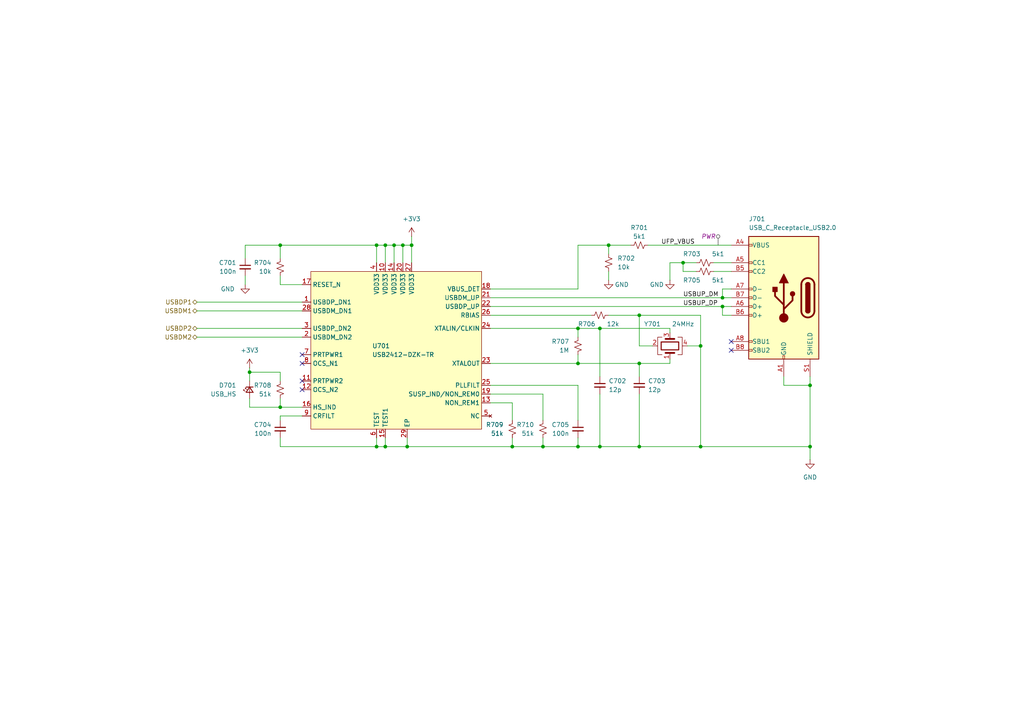
<source format=kicad_sch>
(kicad_sch
	(version 20231120)
	(generator "eeschema")
	(generator_version "8.0")
	(uuid "7c9792c4-9c0f-405e-8986-92a281b0ceae")
	(paper "A4")
	(lib_symbols
		(symbol "Connector:USB_C_Receptacle_USB2.0_16P"
			(pin_names
				(offset 1.016)
			)
			(exclude_from_sim no)
			(in_bom yes)
			(on_board yes)
			(property "Reference" "J"
				(at 0 22.225 0)
				(effects
					(font
						(size 1.27 1.27)
					)
				)
			)
			(property "Value" "USB_C_Receptacle_USB2.0_16P"
				(at 0 19.685 0)
				(effects
					(font
						(size 1.27 1.27)
					)
				)
			)
			(property "Footprint" ""
				(at 3.81 0 0)
				(effects
					(font
						(size 1.27 1.27)
					)
					(hide yes)
				)
			)
			(property "Datasheet" "https://www.usb.org/sites/default/files/documents/usb_type-c.zip"
				(at 3.81 0 0)
				(effects
					(font
						(size 1.27 1.27)
					)
					(hide yes)
				)
			)
			(property "Description" "USB 2.0-only 16P Type-C Receptacle connector"
				(at 0 0 0)
				(effects
					(font
						(size 1.27 1.27)
					)
					(hide yes)
				)
			)
			(property "ki_keywords" "usb universal serial bus type-C USB2.0"
				(at 0 0 0)
				(effects
					(font
						(size 1.27 1.27)
					)
					(hide yes)
				)
			)
			(property "ki_fp_filters" "USB*C*Receptacle*"
				(at 0 0 0)
				(effects
					(font
						(size 1.27 1.27)
					)
					(hide yes)
				)
			)
			(symbol "USB_C_Receptacle_USB2.0_16P_0_0"
				(rectangle
					(start -0.254 -17.78)
					(end 0.254 -16.764)
					(stroke
						(width 0)
						(type default)
					)
					(fill
						(type none)
					)
				)
				(rectangle
					(start 10.16 -14.986)
					(end 9.144 -15.494)
					(stroke
						(width 0)
						(type default)
					)
					(fill
						(type none)
					)
				)
				(rectangle
					(start 10.16 -12.446)
					(end 9.144 -12.954)
					(stroke
						(width 0)
						(type default)
					)
					(fill
						(type none)
					)
				)
				(rectangle
					(start 10.16 -4.826)
					(end 9.144 -5.334)
					(stroke
						(width 0)
						(type default)
					)
					(fill
						(type none)
					)
				)
				(rectangle
					(start 10.16 -2.286)
					(end 9.144 -2.794)
					(stroke
						(width 0)
						(type default)
					)
					(fill
						(type none)
					)
				)
				(rectangle
					(start 10.16 0.254)
					(end 9.144 -0.254)
					(stroke
						(width 0)
						(type default)
					)
					(fill
						(type none)
					)
				)
				(rectangle
					(start 10.16 2.794)
					(end 9.144 2.286)
					(stroke
						(width 0)
						(type default)
					)
					(fill
						(type none)
					)
				)
				(rectangle
					(start 10.16 7.874)
					(end 9.144 7.366)
					(stroke
						(width 0)
						(type default)
					)
					(fill
						(type none)
					)
				)
				(rectangle
					(start 10.16 10.414)
					(end 9.144 9.906)
					(stroke
						(width 0)
						(type default)
					)
					(fill
						(type none)
					)
				)
				(rectangle
					(start 10.16 15.494)
					(end 9.144 14.986)
					(stroke
						(width 0)
						(type default)
					)
					(fill
						(type none)
					)
				)
			)
			(symbol "USB_C_Receptacle_USB2.0_16P_0_1"
				(rectangle
					(start -10.16 17.78)
					(end 10.16 -17.78)
					(stroke
						(width 0.254)
						(type default)
					)
					(fill
						(type background)
					)
				)
				(arc
					(start -8.89 -3.81)
					(mid -6.985 -5.7067)
					(end -5.08 -3.81)
					(stroke
						(width 0.508)
						(type default)
					)
					(fill
						(type none)
					)
				)
				(arc
					(start -7.62 -3.81)
					(mid -6.985 -4.4423)
					(end -6.35 -3.81)
					(stroke
						(width 0.254)
						(type default)
					)
					(fill
						(type none)
					)
				)
				(arc
					(start -7.62 -3.81)
					(mid -6.985 -4.4423)
					(end -6.35 -3.81)
					(stroke
						(width 0.254)
						(type default)
					)
					(fill
						(type outline)
					)
				)
				(rectangle
					(start -7.62 -3.81)
					(end -6.35 3.81)
					(stroke
						(width 0.254)
						(type default)
					)
					(fill
						(type outline)
					)
				)
				(arc
					(start -6.35 3.81)
					(mid -6.985 4.4423)
					(end -7.62 3.81)
					(stroke
						(width 0.254)
						(type default)
					)
					(fill
						(type none)
					)
				)
				(arc
					(start -6.35 3.81)
					(mid -6.985 4.4423)
					(end -7.62 3.81)
					(stroke
						(width 0.254)
						(type default)
					)
					(fill
						(type outline)
					)
				)
				(arc
					(start -5.08 3.81)
					(mid -6.985 5.7067)
					(end -8.89 3.81)
					(stroke
						(width 0.508)
						(type default)
					)
					(fill
						(type none)
					)
				)
				(circle
					(center -2.54 1.143)
					(radius 0.635)
					(stroke
						(width 0.254)
						(type default)
					)
					(fill
						(type outline)
					)
				)
				(circle
					(center 0 -5.842)
					(radius 1.27)
					(stroke
						(width 0)
						(type default)
					)
					(fill
						(type outline)
					)
				)
				(polyline
					(pts
						(xy -8.89 -3.81) (xy -8.89 3.81)
					)
					(stroke
						(width 0.508)
						(type default)
					)
					(fill
						(type none)
					)
				)
				(polyline
					(pts
						(xy -5.08 3.81) (xy -5.08 -3.81)
					)
					(stroke
						(width 0.508)
						(type default)
					)
					(fill
						(type none)
					)
				)
				(polyline
					(pts
						(xy 0 -5.842) (xy 0 4.318)
					)
					(stroke
						(width 0.508)
						(type default)
					)
					(fill
						(type none)
					)
				)
				(polyline
					(pts
						(xy 0 -3.302) (xy -2.54 -0.762) (xy -2.54 0.508)
					)
					(stroke
						(width 0.508)
						(type default)
					)
					(fill
						(type none)
					)
				)
				(polyline
					(pts
						(xy 0 -2.032) (xy 2.54 0.508) (xy 2.54 1.778)
					)
					(stroke
						(width 0.508)
						(type default)
					)
					(fill
						(type none)
					)
				)
				(polyline
					(pts
						(xy -1.27 4.318) (xy 0 6.858) (xy 1.27 4.318) (xy -1.27 4.318)
					)
					(stroke
						(width 0.254)
						(type default)
					)
					(fill
						(type outline)
					)
				)
				(rectangle
					(start 1.905 1.778)
					(end 3.175 3.048)
					(stroke
						(width 0.254)
						(type default)
					)
					(fill
						(type outline)
					)
				)
			)
			(symbol "USB_C_Receptacle_USB2.0_16P_1_1"
				(pin passive line
					(at 0 -22.86 90)
					(length 5.08)
					(name "GND"
						(effects
							(font
								(size 1.27 1.27)
							)
						)
					)
					(number "A1"
						(effects
							(font
								(size 1.27 1.27)
							)
						)
					)
				)
				(pin passive line
					(at 0 -22.86 90)
					(length 5.08) hide
					(name "GND"
						(effects
							(font
								(size 1.27 1.27)
							)
						)
					)
					(number "A12"
						(effects
							(font
								(size 1.27 1.27)
							)
						)
					)
				)
				(pin passive line
					(at 15.24 15.24 180)
					(length 5.08)
					(name "VBUS"
						(effects
							(font
								(size 1.27 1.27)
							)
						)
					)
					(number "A4"
						(effects
							(font
								(size 1.27 1.27)
							)
						)
					)
				)
				(pin bidirectional line
					(at 15.24 10.16 180)
					(length 5.08)
					(name "CC1"
						(effects
							(font
								(size 1.27 1.27)
							)
						)
					)
					(number "A5"
						(effects
							(font
								(size 1.27 1.27)
							)
						)
					)
				)
				(pin bidirectional line
					(at 15.24 -2.54 180)
					(length 5.08)
					(name "D+"
						(effects
							(font
								(size 1.27 1.27)
							)
						)
					)
					(number "A6"
						(effects
							(font
								(size 1.27 1.27)
							)
						)
					)
				)
				(pin bidirectional line
					(at 15.24 2.54 180)
					(length 5.08)
					(name "D-"
						(effects
							(font
								(size 1.27 1.27)
							)
						)
					)
					(number "A7"
						(effects
							(font
								(size 1.27 1.27)
							)
						)
					)
				)
				(pin bidirectional line
					(at 15.24 -12.7 180)
					(length 5.08)
					(name "SBU1"
						(effects
							(font
								(size 1.27 1.27)
							)
						)
					)
					(number "A8"
						(effects
							(font
								(size 1.27 1.27)
							)
						)
					)
				)
				(pin passive line
					(at 15.24 15.24 180)
					(length 5.08) hide
					(name "VBUS"
						(effects
							(font
								(size 1.27 1.27)
							)
						)
					)
					(number "A9"
						(effects
							(font
								(size 1.27 1.27)
							)
						)
					)
				)
				(pin passive line
					(at 0 -22.86 90)
					(length 5.08) hide
					(name "GND"
						(effects
							(font
								(size 1.27 1.27)
							)
						)
					)
					(number "B1"
						(effects
							(font
								(size 1.27 1.27)
							)
						)
					)
				)
				(pin passive line
					(at 0 -22.86 90)
					(length 5.08) hide
					(name "GND"
						(effects
							(font
								(size 1.27 1.27)
							)
						)
					)
					(number "B12"
						(effects
							(font
								(size 1.27 1.27)
							)
						)
					)
				)
				(pin passive line
					(at 15.24 15.24 180)
					(length 5.08) hide
					(name "VBUS"
						(effects
							(font
								(size 1.27 1.27)
							)
						)
					)
					(number "B4"
						(effects
							(font
								(size 1.27 1.27)
							)
						)
					)
				)
				(pin bidirectional line
					(at 15.24 7.62 180)
					(length 5.08)
					(name "CC2"
						(effects
							(font
								(size 1.27 1.27)
							)
						)
					)
					(number "B5"
						(effects
							(font
								(size 1.27 1.27)
							)
						)
					)
				)
				(pin bidirectional line
					(at 15.24 -5.08 180)
					(length 5.08)
					(name "D+"
						(effects
							(font
								(size 1.27 1.27)
							)
						)
					)
					(number "B6"
						(effects
							(font
								(size 1.27 1.27)
							)
						)
					)
				)
				(pin bidirectional line
					(at 15.24 0 180)
					(length 5.08)
					(name "D-"
						(effects
							(font
								(size 1.27 1.27)
							)
						)
					)
					(number "B7"
						(effects
							(font
								(size 1.27 1.27)
							)
						)
					)
				)
				(pin bidirectional line
					(at 15.24 -15.24 180)
					(length 5.08)
					(name "SBU2"
						(effects
							(font
								(size 1.27 1.27)
							)
						)
					)
					(number "B8"
						(effects
							(font
								(size 1.27 1.27)
							)
						)
					)
				)
				(pin passive line
					(at 15.24 15.24 180)
					(length 5.08) hide
					(name "VBUS"
						(effects
							(font
								(size 1.27 1.27)
							)
						)
					)
					(number "B9"
						(effects
							(font
								(size 1.27 1.27)
							)
						)
					)
				)
				(pin passive line
					(at -7.62 -22.86 90)
					(length 5.08)
					(name "SHIELD"
						(effects
							(font
								(size 1.27 1.27)
							)
						)
					)
					(number "S1"
						(effects
							(font
								(size 1.27 1.27)
							)
						)
					)
				)
			)
		)
		(symbol "Device:C_Small"
			(pin_numbers hide)
			(pin_names
				(offset 0.254) hide)
			(exclude_from_sim no)
			(in_bom yes)
			(on_board yes)
			(property "Reference" "C"
				(at 0.254 1.778 0)
				(effects
					(font
						(size 1.27 1.27)
					)
					(justify left)
				)
			)
			(property "Value" "C_Small"
				(at 0.254 -2.032 0)
				(effects
					(font
						(size 1.27 1.27)
					)
					(justify left)
				)
			)
			(property "Footprint" ""
				(at 0 0 0)
				(effects
					(font
						(size 1.27 1.27)
					)
					(hide yes)
				)
			)
			(property "Datasheet" "~"
				(at 0 0 0)
				(effects
					(font
						(size 1.27 1.27)
					)
					(hide yes)
				)
			)
			(property "Description" "Unpolarized capacitor, small symbol"
				(at 0 0 0)
				(effects
					(font
						(size 1.27 1.27)
					)
					(hide yes)
				)
			)
			(property "ki_keywords" "capacitor cap"
				(at 0 0 0)
				(effects
					(font
						(size 1.27 1.27)
					)
					(hide yes)
				)
			)
			(property "ki_fp_filters" "C_*"
				(at 0 0 0)
				(effects
					(font
						(size 1.27 1.27)
					)
					(hide yes)
				)
			)
			(symbol "C_Small_0_1"
				(polyline
					(pts
						(xy -1.524 -0.508) (xy 1.524 -0.508)
					)
					(stroke
						(width 0.3302)
						(type default)
					)
					(fill
						(type none)
					)
				)
				(polyline
					(pts
						(xy -1.524 0.508) (xy 1.524 0.508)
					)
					(stroke
						(width 0.3048)
						(type default)
					)
					(fill
						(type none)
					)
				)
			)
			(symbol "C_Small_1_1"
				(pin passive line
					(at 0 2.54 270)
					(length 2.032)
					(name "~"
						(effects
							(font
								(size 1.27 1.27)
							)
						)
					)
					(number "1"
						(effects
							(font
								(size 1.27 1.27)
							)
						)
					)
				)
				(pin passive line
					(at 0 -2.54 90)
					(length 2.032)
					(name "~"
						(effects
							(font
								(size 1.27 1.27)
							)
						)
					)
					(number "2"
						(effects
							(font
								(size 1.27 1.27)
							)
						)
					)
				)
			)
		)
		(symbol "Device:Crystal_GND24"
			(pin_names
				(offset 1.016) hide)
			(exclude_from_sim no)
			(in_bom yes)
			(on_board yes)
			(property "Reference" "Y"
				(at 3.175 5.08 0)
				(effects
					(font
						(size 1.27 1.27)
					)
					(justify left)
				)
			)
			(property "Value" "Crystal_GND24"
				(at 3.175 3.175 0)
				(effects
					(font
						(size 1.27 1.27)
					)
					(justify left)
				)
			)
			(property "Footprint" ""
				(at 0 0 0)
				(effects
					(font
						(size 1.27 1.27)
					)
					(hide yes)
				)
			)
			(property "Datasheet" "~"
				(at 0 0 0)
				(effects
					(font
						(size 1.27 1.27)
					)
					(hide yes)
				)
			)
			(property "Description" "Four pin crystal, GND on pins 2 and 4"
				(at 0 0 0)
				(effects
					(font
						(size 1.27 1.27)
					)
					(hide yes)
				)
			)
			(property "ki_keywords" "quartz ceramic resonator oscillator"
				(at 0 0 0)
				(effects
					(font
						(size 1.27 1.27)
					)
					(hide yes)
				)
			)
			(property "ki_fp_filters" "Crystal*"
				(at 0 0 0)
				(effects
					(font
						(size 1.27 1.27)
					)
					(hide yes)
				)
			)
			(symbol "Crystal_GND24_0_1"
				(rectangle
					(start -1.143 2.54)
					(end 1.143 -2.54)
					(stroke
						(width 0.3048)
						(type default)
					)
					(fill
						(type none)
					)
				)
				(polyline
					(pts
						(xy -2.54 0) (xy -2.032 0)
					)
					(stroke
						(width 0)
						(type default)
					)
					(fill
						(type none)
					)
				)
				(polyline
					(pts
						(xy -2.032 -1.27) (xy -2.032 1.27)
					)
					(stroke
						(width 0.508)
						(type default)
					)
					(fill
						(type none)
					)
				)
				(polyline
					(pts
						(xy 0 -3.81) (xy 0 -3.556)
					)
					(stroke
						(width 0)
						(type default)
					)
					(fill
						(type none)
					)
				)
				(polyline
					(pts
						(xy 0 3.556) (xy 0 3.81)
					)
					(stroke
						(width 0)
						(type default)
					)
					(fill
						(type none)
					)
				)
				(polyline
					(pts
						(xy 2.032 -1.27) (xy 2.032 1.27)
					)
					(stroke
						(width 0.508)
						(type default)
					)
					(fill
						(type none)
					)
				)
				(polyline
					(pts
						(xy 2.032 0) (xy 2.54 0)
					)
					(stroke
						(width 0)
						(type default)
					)
					(fill
						(type none)
					)
				)
				(polyline
					(pts
						(xy -2.54 -2.286) (xy -2.54 -3.556) (xy 2.54 -3.556) (xy 2.54 -2.286)
					)
					(stroke
						(width 0)
						(type default)
					)
					(fill
						(type none)
					)
				)
				(polyline
					(pts
						(xy -2.54 2.286) (xy -2.54 3.556) (xy 2.54 3.556) (xy 2.54 2.286)
					)
					(stroke
						(width 0)
						(type default)
					)
					(fill
						(type none)
					)
				)
			)
			(symbol "Crystal_GND24_1_1"
				(pin passive line
					(at -3.81 0 0)
					(length 1.27)
					(name "1"
						(effects
							(font
								(size 1.27 1.27)
							)
						)
					)
					(number "1"
						(effects
							(font
								(size 1.27 1.27)
							)
						)
					)
				)
				(pin passive line
					(at 0 5.08 270)
					(length 1.27)
					(name "2"
						(effects
							(font
								(size 1.27 1.27)
							)
						)
					)
					(number "2"
						(effects
							(font
								(size 1.27 1.27)
							)
						)
					)
				)
				(pin passive line
					(at 3.81 0 180)
					(length 1.27)
					(name "3"
						(effects
							(font
								(size 1.27 1.27)
							)
						)
					)
					(number "3"
						(effects
							(font
								(size 1.27 1.27)
							)
						)
					)
				)
				(pin passive line
					(at 0 -5.08 90)
					(length 1.27)
					(name "4"
						(effects
							(font
								(size 1.27 1.27)
							)
						)
					)
					(number "4"
						(effects
							(font
								(size 1.27 1.27)
							)
						)
					)
				)
			)
		)
		(symbol "Device:LED_Small"
			(pin_numbers hide)
			(pin_names
				(offset 0.254) hide)
			(exclude_from_sim no)
			(in_bom yes)
			(on_board yes)
			(property "Reference" "D"
				(at -1.27 3.175 0)
				(effects
					(font
						(size 1.27 1.27)
					)
					(justify left)
				)
			)
			(property "Value" "LED_Small"
				(at -4.445 -2.54 0)
				(effects
					(font
						(size 1.27 1.27)
					)
					(justify left)
				)
			)
			(property "Footprint" ""
				(at 0 0 90)
				(effects
					(font
						(size 1.27 1.27)
					)
					(hide yes)
				)
			)
			(property "Datasheet" "~"
				(at 0 0 90)
				(effects
					(font
						(size 1.27 1.27)
					)
					(hide yes)
				)
			)
			(property "Description" "Light emitting diode, small symbol"
				(at 0 0 0)
				(effects
					(font
						(size 1.27 1.27)
					)
					(hide yes)
				)
			)
			(property "ki_keywords" "LED diode light-emitting-diode"
				(at 0 0 0)
				(effects
					(font
						(size 1.27 1.27)
					)
					(hide yes)
				)
			)
			(property "ki_fp_filters" "LED* LED_SMD:* LED_THT:*"
				(at 0 0 0)
				(effects
					(font
						(size 1.27 1.27)
					)
					(hide yes)
				)
			)
			(symbol "LED_Small_0_1"
				(polyline
					(pts
						(xy -0.762 -1.016) (xy -0.762 1.016)
					)
					(stroke
						(width 0.254)
						(type default)
					)
					(fill
						(type none)
					)
				)
				(polyline
					(pts
						(xy 1.016 0) (xy -0.762 0)
					)
					(stroke
						(width 0)
						(type default)
					)
					(fill
						(type none)
					)
				)
				(polyline
					(pts
						(xy 0.762 -1.016) (xy -0.762 0) (xy 0.762 1.016) (xy 0.762 -1.016)
					)
					(stroke
						(width 0.254)
						(type default)
					)
					(fill
						(type none)
					)
				)
				(polyline
					(pts
						(xy 0 0.762) (xy -0.508 1.27) (xy -0.254 1.27) (xy -0.508 1.27) (xy -0.508 1.016)
					)
					(stroke
						(width 0)
						(type default)
					)
					(fill
						(type none)
					)
				)
				(polyline
					(pts
						(xy 0.508 1.27) (xy 0 1.778) (xy 0.254 1.778) (xy 0 1.778) (xy 0 1.524)
					)
					(stroke
						(width 0)
						(type default)
					)
					(fill
						(type none)
					)
				)
			)
			(symbol "LED_Small_1_1"
				(pin passive line
					(at -2.54 0 0)
					(length 1.778)
					(name "K"
						(effects
							(font
								(size 1.27 1.27)
							)
						)
					)
					(number "1"
						(effects
							(font
								(size 1.27 1.27)
							)
						)
					)
				)
				(pin passive line
					(at 2.54 0 180)
					(length 1.778)
					(name "A"
						(effects
							(font
								(size 1.27 1.27)
							)
						)
					)
					(number "2"
						(effects
							(font
								(size 1.27 1.27)
							)
						)
					)
				)
			)
		)
		(symbol "Device:R_Small_US"
			(pin_numbers hide)
			(pin_names
				(offset 0.254) hide)
			(exclude_from_sim no)
			(in_bom yes)
			(on_board yes)
			(property "Reference" "R"
				(at 0.762 0.508 0)
				(effects
					(font
						(size 1.27 1.27)
					)
					(justify left)
				)
			)
			(property "Value" "R_Small_US"
				(at 0.762 -1.016 0)
				(effects
					(font
						(size 1.27 1.27)
					)
					(justify left)
				)
			)
			(property "Footprint" ""
				(at 0 0 0)
				(effects
					(font
						(size 1.27 1.27)
					)
					(hide yes)
				)
			)
			(property "Datasheet" "~"
				(at 0 0 0)
				(effects
					(font
						(size 1.27 1.27)
					)
					(hide yes)
				)
			)
			(property "Description" "Resistor, small US symbol"
				(at 0 0 0)
				(effects
					(font
						(size 1.27 1.27)
					)
					(hide yes)
				)
			)
			(property "ki_keywords" "r resistor"
				(at 0 0 0)
				(effects
					(font
						(size 1.27 1.27)
					)
					(hide yes)
				)
			)
			(property "ki_fp_filters" "R_*"
				(at 0 0 0)
				(effects
					(font
						(size 1.27 1.27)
					)
					(hide yes)
				)
			)
			(symbol "R_Small_US_1_1"
				(polyline
					(pts
						(xy 0 0) (xy 1.016 -0.381) (xy 0 -0.762) (xy -1.016 -1.143) (xy 0 -1.524)
					)
					(stroke
						(width 0)
						(type default)
					)
					(fill
						(type none)
					)
				)
				(polyline
					(pts
						(xy 0 1.524) (xy 1.016 1.143) (xy 0 0.762) (xy -1.016 0.381) (xy 0 0)
					)
					(stroke
						(width 0)
						(type default)
					)
					(fill
						(type none)
					)
				)
				(pin passive line
					(at 0 2.54 270)
					(length 1.016)
					(name "~"
						(effects
							(font
								(size 1.27 1.27)
							)
						)
					)
					(number "1"
						(effects
							(font
								(size 1.27 1.27)
							)
						)
					)
				)
				(pin passive line
					(at 0 -2.54 90)
					(length 1.016)
					(name "~"
						(effects
							(font
								(size 1.27 1.27)
							)
						)
					)
					(number "2"
						(effects
							(font
								(size 1.27 1.27)
							)
						)
					)
				)
			)
		)
		(symbol "easyeda2kicad:USB2412-DZK-TR"
			(exclude_from_sim no)
			(in_bom yes)
			(on_board yes)
			(property "Reference" "U"
				(at 0 1.27 0)
				(effects
					(font
						(size 1.27 1.27)
					)
				)
			)
			(property "Value" "USB2412-DZK-TR"
				(at 0 -1.27 0)
				(effects
					(font
						(size 1.27 1.27)
					)
				)
			)
			(property "Footprint" "easyeda2kicad:QFN-28_L5.0-W5.0-P0.50-BL-EP3.3"
				(at 0 -25.4 0)
				(effects
					(font
						(size 1.27 1.27)
					)
					(hide yes)
				)
			)
			(property "Datasheet" ""
				(at 0 0 0)
				(effects
					(font
						(size 1.27 1.27)
					)
					(hide yes)
				)
			)
			(property "Description" ""
				(at 0 0 0)
				(effects
					(font
						(size 1.27 1.27)
					)
					(hide yes)
				)
			)
			(property "LCSC Part" "C622609"
				(at 0 -27.94 0)
				(effects
					(font
						(size 1.27 1.27)
					)
					(hide yes)
				)
			)
			(symbol "USB2412-DZK-TR_0_1"
				(rectangle
					(start -24.13 20.32)
					(end 25.4 -25.4)
					(stroke
						(width 0)
						(type default)
					)
					(fill
						(type background)
					)
				)
				(pin bidirectional line
					(at -26.67 11.43 0)
					(length 2.54)
					(name "USBDP_DN1"
						(effects
							(font
								(size 1.27 1.27)
							)
						)
					)
					(number "1"
						(effects
							(font
								(size 1.27 1.27)
							)
						)
					)
				)
				(pin power_in line
					(at -2.54 22.86 270)
					(length 2.54)
					(name "VDD33"
						(effects
							(font
								(size 1.27 1.27)
							)
						)
					)
					(number "10"
						(effects
							(font
								(size 1.27 1.27)
							)
						)
					)
				)
				(pin output line
					(at -26.67 -11.43 0)
					(length 2.54)
					(name "PRTPWR2"
						(effects
							(font
								(size 1.27 1.27)
							)
						)
					)
					(number "11"
						(effects
							(font
								(size 1.27 1.27)
							)
						)
					)
				)
				(pin output line
					(at -26.67 -13.97 0)
					(length 2.54)
					(name "OCS_N2"
						(effects
							(font
								(size 1.27 1.27)
							)
						)
					)
					(number "12"
						(effects
							(font
								(size 1.27 1.27)
							)
						)
					)
				)
				(pin input line
					(at 27.94 -17.78 180)
					(length 2.54)
					(name "NON_REM1"
						(effects
							(font
								(size 1.27 1.27)
							)
						)
					)
					(number "13"
						(effects
							(font
								(size 1.27 1.27)
							)
						)
					)
				)
				(pin power_in line
					(at 0 22.86 270)
					(length 2.54)
					(name "VDD33"
						(effects
							(font
								(size 1.27 1.27)
							)
						)
					)
					(number "14"
						(effects
							(font
								(size 1.27 1.27)
							)
						)
					)
				)
				(pin passive line
					(at -2.54 -27.94 90)
					(length 2.54)
					(name "TEST1"
						(effects
							(font
								(size 1.27 1.27)
							)
						)
					)
					(number "15"
						(effects
							(font
								(size 1.27 1.27)
							)
						)
					)
				)
				(pin output line
					(at -26.67 -19.05 0)
					(length 2.54)
					(name "HS_IND"
						(effects
							(font
								(size 1.27 1.27)
							)
						)
					)
					(number "16"
						(effects
							(font
								(size 1.27 1.27)
							)
						)
					)
				)
				(pin input line
					(at -26.67 16.51 0)
					(length 2.54)
					(name "RESET_N"
						(effects
							(font
								(size 1.27 1.27)
							)
						)
					)
					(number "17"
						(effects
							(font
								(size 1.27 1.27)
							)
						)
					)
				)
				(pin input line
					(at 27.94 15.24 180)
					(length 2.54)
					(name "VBUS_DET"
						(effects
							(font
								(size 1.27 1.27)
							)
						)
					)
					(number "18"
						(effects
							(font
								(size 1.27 1.27)
							)
						)
					)
				)
				(pin passive line
					(at 27.94 -15.24 180)
					(length 2.54)
					(name "SUSP_IND/NON_REM0"
						(effects
							(font
								(size 1.27 1.27)
							)
						)
					)
					(number "19"
						(effects
							(font
								(size 1.27 1.27)
							)
						)
					)
				)
				(pin bidirectional line
					(at -26.67 1.27 0)
					(length 2.54)
					(name "USBDM_DN2"
						(effects
							(font
								(size 1.27 1.27)
							)
						)
					)
					(number "2"
						(effects
							(font
								(size 1.27 1.27)
							)
						)
					)
				)
				(pin power_in line
					(at 2.54 22.86 270)
					(length 2.54)
					(name "VDD33"
						(effects
							(font
								(size 1.27 1.27)
							)
						)
					)
					(number "20"
						(effects
							(font
								(size 1.27 1.27)
							)
						)
					)
				)
				(pin bidirectional line
					(at 27.94 12.7 180)
					(length 2.54)
					(name "USBDM_UP"
						(effects
							(font
								(size 1.27 1.27)
							)
						)
					)
					(number "21"
						(effects
							(font
								(size 1.27 1.27)
							)
						)
					)
				)
				(pin bidirectional line
					(at 27.94 10.16 180)
					(length 2.54)
					(name "USBDP_UP"
						(effects
							(font
								(size 1.27 1.27)
							)
						)
					)
					(number "22"
						(effects
							(font
								(size 1.27 1.27)
							)
						)
					)
				)
				(pin passive line
					(at 27.94 -6.35 180)
					(length 2.54)
					(name "XTALOUT"
						(effects
							(font
								(size 1.27 1.27)
							)
						)
					)
					(number "23"
						(effects
							(font
								(size 1.27 1.27)
							)
						)
					)
				)
				(pin passive line
					(at 27.94 3.81 180)
					(length 2.54)
					(name "XTALIN/CLKIN"
						(effects
							(font
								(size 1.27 1.27)
							)
						)
					)
					(number "24"
						(effects
							(font
								(size 1.27 1.27)
							)
						)
					)
				)
				(pin passive line
					(at 27.94 -12.7 180)
					(length 2.54)
					(name "PLLFILT"
						(effects
							(font
								(size 1.27 1.27)
							)
						)
					)
					(number "25"
						(effects
							(font
								(size 1.27 1.27)
							)
						)
					)
				)
				(pin passive line
					(at 27.94 7.62 180)
					(length 2.54)
					(name "RBIAS"
						(effects
							(font
								(size 1.27 1.27)
							)
						)
					)
					(number "26"
						(effects
							(font
								(size 1.27 1.27)
							)
						)
					)
				)
				(pin power_in line
					(at 5.08 22.86 270)
					(length 2.54)
					(name "VDD33"
						(effects
							(font
								(size 1.27 1.27)
							)
						)
					)
					(number "27"
						(effects
							(font
								(size 1.27 1.27)
							)
						)
					)
				)
				(pin bidirectional line
					(at -26.67 8.89 0)
					(length 2.54)
					(name "USBDM_DN1"
						(effects
							(font
								(size 1.27 1.27)
							)
						)
					)
					(number "28"
						(effects
							(font
								(size 1.27 1.27)
							)
						)
					)
				)
				(pin passive line
					(at 3.81 -27.94 90)
					(length 2.54)
					(name "EP"
						(effects
							(font
								(size 1.27 1.27)
							)
						)
					)
					(number "29"
						(effects
							(font
								(size 1.27 1.27)
							)
						)
					)
				)
				(pin bidirectional line
					(at -26.67 3.81 0)
					(length 2.54)
					(name "USBDP_DN2"
						(effects
							(font
								(size 1.27 1.27)
							)
						)
					)
					(number "3"
						(effects
							(font
								(size 1.27 1.27)
							)
						)
					)
				)
				(pin power_in line
					(at -5.08 22.86 270)
					(length 2.54)
					(name "VDD33"
						(effects
							(font
								(size 1.27 1.27)
							)
						)
					)
					(number "4"
						(effects
							(font
								(size 1.27 1.27)
							)
						)
					)
				)
				(pin passive line
					(at -5.08 -27.94 90)
					(length 2.54)
					(name "TEST"
						(effects
							(font
								(size 1.27 1.27)
							)
						)
					)
					(number "6"
						(effects
							(font
								(size 1.27 1.27)
							)
						)
					)
				)
				(pin output line
					(at -26.67 -3.81 0)
					(length 2.54)
					(name "PRTPWR1"
						(effects
							(font
								(size 1.27 1.27)
							)
						)
					)
					(number "7"
						(effects
							(font
								(size 1.27 1.27)
							)
						)
					)
				)
				(pin output line
					(at -26.67 -6.35 0)
					(length 2.54)
					(name "OCS_N1"
						(effects
							(font
								(size 1.27 1.27)
							)
						)
					)
					(number "8"
						(effects
							(font
								(size 1.27 1.27)
							)
						)
					)
				)
				(pin passive line
					(at -26.67 -21.59 0)
					(length 2.54)
					(name "CRFILT"
						(effects
							(font
								(size 1.27 1.27)
							)
						)
					)
					(number "9"
						(effects
							(font
								(size 1.27 1.27)
							)
						)
					)
				)
			)
			(symbol "USB2412-DZK-TR_1_1"
				(pin no_connect line
					(at 27.94 -21.59 180)
					(length 2.54)
					(name "NC"
						(effects
							(font
								(size 1.27 1.27)
							)
						)
					)
					(number "5"
						(effects
							(font
								(size 1.27 1.27)
							)
						)
					)
				)
			)
		)
		(symbol "power:+3V3"
			(power)
			(pin_numbers hide)
			(pin_names
				(offset 0) hide)
			(exclude_from_sim no)
			(in_bom yes)
			(on_board yes)
			(property "Reference" "#PWR"
				(at 0 -3.81 0)
				(effects
					(font
						(size 1.27 1.27)
					)
					(hide yes)
				)
			)
			(property "Value" "+3V3"
				(at 0 3.556 0)
				(effects
					(font
						(size 1.27 1.27)
					)
				)
			)
			(property "Footprint" ""
				(at 0 0 0)
				(effects
					(font
						(size 1.27 1.27)
					)
					(hide yes)
				)
			)
			(property "Datasheet" ""
				(at 0 0 0)
				(effects
					(font
						(size 1.27 1.27)
					)
					(hide yes)
				)
			)
			(property "Description" "Power symbol creates a global label with name \"+3V3\""
				(at 0 0 0)
				(effects
					(font
						(size 1.27 1.27)
					)
					(hide yes)
				)
			)
			(property "ki_keywords" "global power"
				(at 0 0 0)
				(effects
					(font
						(size 1.27 1.27)
					)
					(hide yes)
				)
			)
			(symbol "+3V3_0_1"
				(polyline
					(pts
						(xy -0.762 1.27) (xy 0 2.54)
					)
					(stroke
						(width 0)
						(type default)
					)
					(fill
						(type none)
					)
				)
				(polyline
					(pts
						(xy 0 0) (xy 0 2.54)
					)
					(stroke
						(width 0)
						(type default)
					)
					(fill
						(type none)
					)
				)
				(polyline
					(pts
						(xy 0 2.54) (xy 0.762 1.27)
					)
					(stroke
						(width 0)
						(type default)
					)
					(fill
						(type none)
					)
				)
			)
			(symbol "+3V3_1_1"
				(pin power_in line
					(at 0 0 90)
					(length 0)
					(name "~"
						(effects
							(font
								(size 1.27 1.27)
							)
						)
					)
					(number "1"
						(effects
							(font
								(size 1.27 1.27)
							)
						)
					)
				)
			)
		)
		(symbol "power:GND"
			(power)
			(pin_numbers hide)
			(pin_names
				(offset 0) hide)
			(exclude_from_sim no)
			(in_bom yes)
			(on_board yes)
			(property "Reference" "#PWR"
				(at 0 -6.35 0)
				(effects
					(font
						(size 1.27 1.27)
					)
					(hide yes)
				)
			)
			(property "Value" "GND"
				(at 0 -3.81 0)
				(effects
					(font
						(size 1.27 1.27)
					)
				)
			)
			(property "Footprint" ""
				(at 0 0 0)
				(effects
					(font
						(size 1.27 1.27)
					)
					(hide yes)
				)
			)
			(property "Datasheet" ""
				(at 0 0 0)
				(effects
					(font
						(size 1.27 1.27)
					)
					(hide yes)
				)
			)
			(property "Description" "Power symbol creates a global label with name \"GND\" , ground"
				(at 0 0 0)
				(effects
					(font
						(size 1.27 1.27)
					)
					(hide yes)
				)
			)
			(property "ki_keywords" "global power"
				(at 0 0 0)
				(effects
					(font
						(size 1.27 1.27)
					)
					(hide yes)
				)
			)
			(symbol "GND_0_1"
				(polyline
					(pts
						(xy 0 0) (xy 0 -1.27) (xy 1.27 -1.27) (xy 0 -2.54) (xy -1.27 -1.27) (xy 0 -1.27)
					)
					(stroke
						(width 0)
						(type default)
					)
					(fill
						(type none)
					)
				)
			)
			(symbol "GND_1_1"
				(pin power_in line
					(at 0 0 270)
					(length 0)
					(name "~"
						(effects
							(font
								(size 1.27 1.27)
							)
						)
					)
					(number "1"
						(effects
							(font
								(size 1.27 1.27)
							)
						)
					)
				)
			)
		)
	)
	(junction
		(at 81.28 118.11)
		(diameter 0)
		(color 0 0 0 0)
		(uuid "00d79c85-cdea-4ab8-b5b2-9796a274aaca")
	)
	(junction
		(at 157.48 129.54)
		(diameter 0)
		(color 0 0 0 0)
		(uuid "0707dc5d-bf5d-4606-90d9-104c994b54c9")
	)
	(junction
		(at 116.84 71.12)
		(diameter 0)
		(color 0 0 0 0)
		(uuid "075200ea-1d25-4383-b3c3-5564592624a0")
	)
	(junction
		(at 111.76 129.54)
		(diameter 0)
		(color 0 0 0 0)
		(uuid "114922f3-0ad9-4ed4-8b51-4eb04cedbe3d")
	)
	(junction
		(at 167.64 95.25)
		(diameter 0)
		(color 0 0 0 0)
		(uuid "17660c8a-0f88-4f98-b275-e75ec3ec7c29")
	)
	(junction
		(at 148.59 129.54)
		(diameter 0)
		(color 0 0 0 0)
		(uuid "18735e2c-0c1e-4acd-a2c1-6de7e72585c3")
	)
	(junction
		(at 176.53 71.12)
		(diameter 0)
		(color 0 0 0 0)
		(uuid "1a14b6b3-5107-4f18-864d-c449413f73a2")
	)
	(junction
		(at 185.42 129.54)
		(diameter 0)
		(color 0 0 0 0)
		(uuid "2058ef91-7ab1-49f5-98f8-9e61d490a97b")
	)
	(junction
		(at 72.39 107.95)
		(diameter 0)
		(color 0 0 0 0)
		(uuid "237d2f25-b561-42a2-86bf-d60be07c795a")
	)
	(junction
		(at 209.55 88.9)
		(diameter 0)
		(color 0 0 0 0)
		(uuid "35577c52-312f-49eb-96ae-cd072f41d9be")
	)
	(junction
		(at 234.95 129.54)
		(diameter 0)
		(color 0 0 0 0)
		(uuid "4e44b28d-b0f5-4043-9f43-72c10c65615f")
	)
	(junction
		(at 198.12 76.2)
		(diameter 0)
		(color 0 0 0 0)
		(uuid "5c3d51a8-9b3d-441c-9a2d-1b232b8a64c8")
	)
	(junction
		(at 203.2 129.54)
		(diameter 0)
		(color 0 0 0 0)
		(uuid "768c87c7-7317-4e1c-9b8d-77cdafedd95f")
	)
	(junction
		(at 173.99 95.25)
		(diameter 0)
		(color 0 0 0 0)
		(uuid "7cc71439-fd66-42af-942e-d7a2972bbb24")
	)
	(junction
		(at 109.22 71.12)
		(diameter 0)
		(color 0 0 0 0)
		(uuid "7f494ece-7868-4833-9ff4-63799945042c")
	)
	(junction
		(at 209.55 86.36)
		(diameter 0)
		(color 0 0 0 0)
		(uuid "8b319770-b3e6-459b-8a8b-4672de24f78d")
	)
	(junction
		(at 167.64 105.41)
		(diameter 0)
		(color 0 0 0 0)
		(uuid "a06f091b-7d33-49fe-a751-c65a87af2361")
	)
	(junction
		(at 111.76 71.12)
		(diameter 0)
		(color 0 0 0 0)
		(uuid "a88733eb-43ec-4e98-9ffe-6ea7cd62c914")
	)
	(junction
		(at 119.38 71.12)
		(diameter 0)
		(color 0 0 0 0)
		(uuid "ad1b4932-f8b3-4141-b755-fcb8b5d3e947")
	)
	(junction
		(at 234.95 111.76)
		(diameter 0)
		(color 0 0 0 0)
		(uuid "bfdba367-ac7c-4414-a20f-621ed608765b")
	)
	(junction
		(at 114.3 71.12)
		(diameter 0)
		(color 0 0 0 0)
		(uuid "c441123a-cbc3-4330-a9e7-ddcb2a31b707")
	)
	(junction
		(at 203.2 100.33)
		(diameter 0)
		(color 0 0 0 0)
		(uuid "caf8a0c9-82de-4392-bc42-f96e79d31367")
	)
	(junction
		(at 167.64 129.54)
		(diameter 0)
		(color 0 0 0 0)
		(uuid "ccad3b87-b623-40c9-ac98-8f62a6c82e3a")
	)
	(junction
		(at 109.22 129.54)
		(diameter 0)
		(color 0 0 0 0)
		(uuid "d5657071-d257-4f6c-a70a-8c04e33aac1f")
	)
	(junction
		(at 173.99 129.54)
		(diameter 0)
		(color 0 0 0 0)
		(uuid "e97c703f-f722-489c-a436-fc6212ab5024")
	)
	(junction
		(at 185.42 105.41)
		(diameter 0)
		(color 0 0 0 0)
		(uuid "f292d2f1-bf29-4b68-8a25-c5de9e12de5a")
	)
	(junction
		(at 118.11 129.54)
		(diameter 0)
		(color 0 0 0 0)
		(uuid "f3e8cded-2c2a-46d9-ac81-289077b9a0fa")
	)
	(junction
		(at 81.28 71.12)
		(diameter 0)
		(color 0 0 0 0)
		(uuid "f8d064dc-5b79-42e1-83e0-8ceee1271f86")
	)
	(junction
		(at 185.42 91.44)
		(diameter 0)
		(color 0 0 0 0)
		(uuid "ff353a96-b3c7-42e0-bc9c-ddcad2df0d64")
	)
	(no_connect
		(at 87.63 113.03)
		(uuid "11f21fc5-d22a-41b7-aaba-f42fa7772eaa")
	)
	(no_connect
		(at 212.09 99.06)
		(uuid "38e36b51-19fd-4d0a-9a17-0e731228d898")
	)
	(no_connect
		(at 87.63 102.87)
		(uuid "4d800f2b-f611-4e1f-8797-e7c6cb9b2b14")
	)
	(no_connect
		(at 87.63 105.41)
		(uuid "8981b634-757d-4f86-8f1e-c40285cc86ed")
	)
	(no_connect
		(at 212.09 101.6)
		(uuid "bc2d0fc3-3090-4d6a-b8b0-963c4f2adf3a")
	)
	(no_connect
		(at 87.63 110.49)
		(uuid "e6574f4a-f3e8-46d1-8dc8-ebfcade37869")
	)
	(wire
		(pts
			(xy 194.31 76.2) (xy 194.31 81.28)
		)
		(stroke
			(width 0)
			(type default)
		)
		(uuid "0033f848-c351-4f91-acf8-c752097181cc")
	)
	(wire
		(pts
			(xy 203.2 129.54) (xy 234.95 129.54)
		)
		(stroke
			(width 0)
			(type default)
		)
		(uuid "01a3bc9e-5e48-4573-8c11-21d8da72f7eb")
	)
	(wire
		(pts
			(xy 116.84 76.2) (xy 116.84 71.12)
		)
		(stroke
			(width 0)
			(type default)
		)
		(uuid "0260c9af-2031-47e9-9ad2-6b83e20ea53d")
	)
	(wire
		(pts
			(xy 176.53 91.44) (xy 185.42 91.44)
		)
		(stroke
			(width 0)
			(type default)
		)
		(uuid "028fd06e-e7d9-411a-af3c-8b9a9788038a")
	)
	(wire
		(pts
			(xy 173.99 95.25) (xy 194.31 95.25)
		)
		(stroke
			(width 0)
			(type default)
		)
		(uuid "02e84be7-3215-467c-8137-7bdb704f40f0")
	)
	(wire
		(pts
			(xy 212.09 76.2) (xy 207.01 76.2)
		)
		(stroke
			(width 0)
			(type default)
		)
		(uuid "07173551-343f-4b4c-8d11-b01c09f2d67b")
	)
	(wire
		(pts
			(xy 234.95 109.22) (xy 234.95 111.76)
		)
		(stroke
			(width 0)
			(type default)
		)
		(uuid "0aa8b11b-f843-4a42-b1ef-0937c8e1dd9c")
	)
	(wire
		(pts
			(xy 142.24 116.84) (xy 148.59 116.84)
		)
		(stroke
			(width 0)
			(type default)
		)
		(uuid "0e427d8a-3f44-4e95-bf0d-a827f8305814")
	)
	(wire
		(pts
			(xy 71.12 71.12) (xy 81.28 71.12)
		)
		(stroke
			(width 0)
			(type default)
		)
		(uuid "0e864050-c61a-4d7e-a84b-0f4869a28389")
	)
	(wire
		(pts
			(xy 81.28 120.65) (xy 81.28 121.92)
		)
		(stroke
			(width 0)
			(type default)
		)
		(uuid "10d81a37-e5c4-4e88-b547-2ec4f38e22f3")
	)
	(wire
		(pts
			(xy 109.22 71.12) (xy 109.22 76.2)
		)
		(stroke
			(width 0)
			(type default)
		)
		(uuid "11f45cb1-809e-4a1a-ad2a-140b259e75ae")
	)
	(wire
		(pts
			(xy 142.24 83.82) (xy 167.64 83.82)
		)
		(stroke
			(width 0)
			(type default)
		)
		(uuid "13cdf238-aeb1-4c31-97b3-058b95264171")
	)
	(wire
		(pts
			(xy 176.53 78.74) (xy 176.53 81.28)
		)
		(stroke
			(width 0)
			(type default)
		)
		(uuid "149d657b-2c35-47c5-b289-aae2d10d2cec")
	)
	(wire
		(pts
			(xy 176.53 71.12) (xy 176.53 73.66)
		)
		(stroke
			(width 0)
			(type default)
		)
		(uuid "15784a28-186c-49dd-bdbc-7ca52f7a12c5")
	)
	(wire
		(pts
			(xy 71.12 82.55) (xy 71.12 80.01)
		)
		(stroke
			(width 0)
			(type default)
		)
		(uuid "15b5dc63-c4cc-44d2-b59b-6540d977b4df")
	)
	(wire
		(pts
			(xy 119.38 71.12) (xy 116.84 71.12)
		)
		(stroke
			(width 0)
			(type default)
		)
		(uuid "1d8e5ae9-22f1-4f41-9bfd-0ffe9d4607d7")
	)
	(wire
		(pts
			(xy 227.33 109.22) (xy 227.33 111.76)
		)
		(stroke
			(width 0)
			(type default)
		)
		(uuid "1dbf825e-7071-4af5-b1b1-160bf84ca1d5")
	)
	(wire
		(pts
			(xy 87.63 120.65) (xy 81.28 120.65)
		)
		(stroke
			(width 0)
			(type default)
		)
		(uuid "1e884710-23ca-43dc-929c-2172f29383e7")
	)
	(wire
		(pts
			(xy 194.31 105.41) (xy 194.31 104.14)
		)
		(stroke
			(width 0)
			(type default)
		)
		(uuid "1eb251fb-1696-4085-82a9-0c38ad9bb636")
	)
	(wire
		(pts
			(xy 72.39 107.95) (xy 81.28 107.95)
		)
		(stroke
			(width 0)
			(type default)
		)
		(uuid "1eb356d0-fd78-42c6-b964-4da054f10ee6")
	)
	(wire
		(pts
			(xy 209.55 88.9) (xy 212.09 88.9)
		)
		(stroke
			(width 0)
			(type default)
		)
		(uuid "22034de7-de90-4e28-a93f-551c052395e8")
	)
	(wire
		(pts
			(xy 173.99 95.25) (xy 173.99 109.22)
		)
		(stroke
			(width 0)
			(type default)
		)
		(uuid "24bd58a5-9a4a-48fd-b3dd-025b742767d1")
	)
	(wire
		(pts
			(xy 167.64 83.82) (xy 167.64 71.12)
		)
		(stroke
			(width 0)
			(type default)
		)
		(uuid "28cb6695-4824-4cc2-afbc-f0fa11bdf9a6")
	)
	(wire
		(pts
			(xy 176.53 71.12) (xy 182.88 71.12)
		)
		(stroke
			(width 0)
			(type default)
		)
		(uuid "2b64ff15-cedf-44d4-a5fc-6ae476c59aea")
	)
	(wire
		(pts
			(xy 118.11 129.54) (xy 148.59 129.54)
		)
		(stroke
			(width 0)
			(type default)
		)
		(uuid "2cb2d110-5aba-4725-ae41-7b1692d9c873")
	)
	(wire
		(pts
			(xy 111.76 76.2) (xy 111.76 71.12)
		)
		(stroke
			(width 0)
			(type default)
		)
		(uuid "32e2d22e-ef8a-484c-aef1-e18249b16067")
	)
	(wire
		(pts
			(xy 185.42 91.44) (xy 203.2 91.44)
		)
		(stroke
			(width 0)
			(type default)
		)
		(uuid "337566ab-b7db-4b5c-905f-b9a8c85665a1")
	)
	(wire
		(pts
			(xy 209.55 83.82) (xy 209.55 86.36)
		)
		(stroke
			(width 0)
			(type default)
		)
		(uuid "34aba4da-be3a-4237-a0a6-f4ba468ae739")
	)
	(wire
		(pts
			(xy 185.42 129.54) (xy 203.2 129.54)
		)
		(stroke
			(width 0)
			(type default)
		)
		(uuid "34b336bb-0361-4633-a42f-92490ba05a4c")
	)
	(wire
		(pts
			(xy 157.48 114.3) (xy 157.48 121.92)
		)
		(stroke
			(width 0)
			(type default)
		)
		(uuid "3adec830-3f22-4855-88cc-1f25513ce233")
	)
	(wire
		(pts
			(xy 167.64 95.25) (xy 173.99 95.25)
		)
		(stroke
			(width 0)
			(type default)
		)
		(uuid "3c28fb83-251a-4bad-b3d2-0205aabad7e3")
	)
	(wire
		(pts
			(xy 109.22 127) (xy 109.22 129.54)
		)
		(stroke
			(width 0)
			(type default)
		)
		(uuid "3e08d5e8-0735-406f-b1f2-9d69fee76d39")
	)
	(wire
		(pts
			(xy 72.39 118.11) (xy 72.39 115.57)
		)
		(stroke
			(width 0)
			(type default)
		)
		(uuid "3e7677bc-7875-4239-95cb-177a5eefab73")
	)
	(wire
		(pts
			(xy 167.64 95.25) (xy 167.64 97.79)
		)
		(stroke
			(width 0)
			(type default)
		)
		(uuid "48af7272-9f12-4666-9fd1-102156de86c1")
	)
	(wire
		(pts
			(xy 81.28 71.12) (xy 109.22 71.12)
		)
		(stroke
			(width 0)
			(type default)
		)
		(uuid "490c205a-2b2f-4216-85e0-b97bafed4f02")
	)
	(wire
		(pts
			(xy 198.12 76.2) (xy 201.93 76.2)
		)
		(stroke
			(width 0)
			(type default)
		)
		(uuid "498614ce-0b87-4bbf-b4b6-07654715b018")
	)
	(wire
		(pts
			(xy 212.09 83.82) (xy 209.55 83.82)
		)
		(stroke
			(width 0)
			(type default)
		)
		(uuid "4a5e6b92-5e02-4e58-a721-e618a09c5c3f")
	)
	(wire
		(pts
			(xy 72.39 107.95) (xy 72.39 106.68)
		)
		(stroke
			(width 0)
			(type default)
		)
		(uuid "4ab62e62-059a-44f4-900a-b6de6b381939")
	)
	(wire
		(pts
			(xy 142.24 95.25) (xy 167.64 95.25)
		)
		(stroke
			(width 0)
			(type default)
		)
		(uuid "4e8e52ea-7989-43ce-8da4-5dc981adb292")
	)
	(wire
		(pts
			(xy 142.24 111.76) (xy 167.64 111.76)
		)
		(stroke
			(width 0)
			(type default)
		)
		(uuid "4e980c72-334b-4678-86d6-88878f4a2b57")
	)
	(wire
		(pts
			(xy 119.38 68.58) (xy 119.38 71.12)
		)
		(stroke
			(width 0)
			(type default)
		)
		(uuid "4f45a229-62b7-456d-a398-d8be7c59640d")
	)
	(wire
		(pts
			(xy 173.99 114.3) (xy 173.99 129.54)
		)
		(stroke
			(width 0)
			(type default)
		)
		(uuid "5a8ccfe5-a09d-4d2d-9672-5aab39c3ac9b")
	)
	(wire
		(pts
			(xy 201.93 78.74) (xy 198.12 78.74)
		)
		(stroke
			(width 0)
			(type default)
		)
		(uuid "60ddcf76-3368-43e2-8f17-b9e9c86b73d1")
	)
	(wire
		(pts
			(xy 57.15 87.63) (xy 87.63 87.63)
		)
		(stroke
			(width 0)
			(type default)
		)
		(uuid "67a06b48-24ea-4c02-9a7f-a4da169d3237")
	)
	(wire
		(pts
			(xy 167.64 105.41) (xy 185.42 105.41)
		)
		(stroke
			(width 0)
			(type default)
		)
		(uuid "6903cf23-8d3a-4dbe-bfb6-b0c36c875a9c")
	)
	(wire
		(pts
			(xy 81.28 74.93) (xy 81.28 71.12)
		)
		(stroke
			(width 0)
			(type default)
		)
		(uuid "69b60798-db23-489b-82de-1fc7c4847982")
	)
	(wire
		(pts
			(xy 142.24 86.36) (xy 209.55 86.36)
		)
		(stroke
			(width 0)
			(type default)
		)
		(uuid "6adf9486-6168-4b19-aec7-226089e4ae40")
	)
	(wire
		(pts
			(xy 198.12 78.74) (xy 198.12 76.2)
		)
		(stroke
			(width 0)
			(type default)
		)
		(uuid "6cdd5bb8-7788-4f8c-ba8c-deb25a2d22a7")
	)
	(wire
		(pts
			(xy 234.95 111.76) (xy 234.95 129.54)
		)
		(stroke
			(width 0)
			(type default)
		)
		(uuid "6ed295a7-9826-4af0-9647-e45f824cf200")
	)
	(wire
		(pts
			(xy 114.3 71.12) (xy 111.76 71.12)
		)
		(stroke
			(width 0)
			(type default)
		)
		(uuid "6f710379-faa8-441a-b9f6-24bc66cb10f2")
	)
	(wire
		(pts
			(xy 185.42 114.3) (xy 185.42 129.54)
		)
		(stroke
			(width 0)
			(type default)
		)
		(uuid "7178bd17-788e-4716-a3ff-609b0e531045")
	)
	(wire
		(pts
			(xy 185.42 105.41) (xy 194.31 105.41)
		)
		(stroke
			(width 0)
			(type default)
		)
		(uuid "72b6a3e7-aeac-47de-9837-e20240a05b50")
	)
	(wire
		(pts
			(xy 157.48 127) (xy 157.48 129.54)
		)
		(stroke
			(width 0)
			(type default)
		)
		(uuid "7872ba83-784b-49b6-bfe8-b59b9014dfba")
	)
	(wire
		(pts
			(xy 157.48 129.54) (xy 167.64 129.54)
		)
		(stroke
			(width 0)
			(type default)
		)
		(uuid "7bb5b9d1-74d7-4ab6-8c71-bd0c728882ab")
	)
	(wire
		(pts
			(xy 142.24 114.3) (xy 157.48 114.3)
		)
		(stroke
			(width 0)
			(type default)
		)
		(uuid "7e712474-d865-4a8b-8fb9-2491a6715390")
	)
	(wire
		(pts
			(xy 81.28 118.11) (xy 72.39 118.11)
		)
		(stroke
			(width 0)
			(type default)
		)
		(uuid "7ecce968-f68c-4fb5-b95d-e1840a3d0fd8")
	)
	(wire
		(pts
			(xy 57.15 97.79) (xy 87.63 97.79)
		)
		(stroke
			(width 0)
			(type default)
		)
		(uuid "7f6a8dde-aff2-4724-bdcc-9555c2766131")
	)
	(wire
		(pts
			(xy 142.24 88.9) (xy 209.55 88.9)
		)
		(stroke
			(width 0)
			(type default)
		)
		(uuid "81340e10-77eb-4bb1-80b0-29f026cb9e64")
	)
	(wire
		(pts
			(xy 209.55 91.44) (xy 209.55 88.9)
		)
		(stroke
			(width 0)
			(type default)
		)
		(uuid "84ca5d10-0e81-457d-a125-fa06306f9886")
	)
	(wire
		(pts
			(xy 167.64 127) (xy 167.64 129.54)
		)
		(stroke
			(width 0)
			(type default)
		)
		(uuid "876b3335-2c93-4aae-9522-aab41a30e568")
	)
	(wire
		(pts
			(xy 212.09 78.74) (xy 207.01 78.74)
		)
		(stroke
			(width 0)
			(type default)
		)
		(uuid "8bd090ca-c35f-4c13-89ce-e853488efa9b")
	)
	(wire
		(pts
			(xy 187.96 71.12) (xy 212.09 71.12)
		)
		(stroke
			(width 0)
			(type default)
		)
		(uuid "8ef172d5-a35f-457f-bfea-d3a66974f51a")
	)
	(wire
		(pts
			(xy 173.99 129.54) (xy 185.42 129.54)
		)
		(stroke
			(width 0)
			(type default)
		)
		(uuid "98872b5a-752b-4074-a9ff-57e603b0577e")
	)
	(wire
		(pts
			(xy 109.22 129.54) (xy 111.76 129.54)
		)
		(stroke
			(width 0)
			(type default)
		)
		(uuid "9fa737bd-f201-4fef-9df8-d6301e1ad59d")
	)
	(wire
		(pts
			(xy 118.11 127) (xy 118.11 129.54)
		)
		(stroke
			(width 0)
			(type default)
		)
		(uuid "a220a55c-5a97-434b-be16-9c81cf92b45f")
	)
	(wire
		(pts
			(xy 116.84 71.12) (xy 114.3 71.12)
		)
		(stroke
			(width 0)
			(type default)
		)
		(uuid "a2598672-2fc6-487f-9e3b-93b9f53e15d5")
	)
	(wire
		(pts
			(xy 148.59 129.54) (xy 157.48 129.54)
		)
		(stroke
			(width 0)
			(type default)
		)
		(uuid "a480d9c0-4379-429d-a0b4-64d7e80ee39a")
	)
	(wire
		(pts
			(xy 189.23 100.33) (xy 185.42 100.33)
		)
		(stroke
			(width 0)
			(type default)
		)
		(uuid "a510420a-dc4b-492a-859c-7c6be78a7a36")
	)
	(wire
		(pts
			(xy 72.39 110.49) (xy 72.39 107.95)
		)
		(stroke
			(width 0)
			(type default)
		)
		(uuid "a94d2293-9fa5-4dad-89b2-a9eb9fb3bfd5")
	)
	(wire
		(pts
			(xy 194.31 95.25) (xy 194.31 96.52)
		)
		(stroke
			(width 0)
			(type default)
		)
		(uuid "a9e2634b-6ea6-4355-bd5e-723278a35ce5")
	)
	(wire
		(pts
			(xy 167.64 129.54) (xy 173.99 129.54)
		)
		(stroke
			(width 0)
			(type default)
		)
		(uuid "ab8fb7f5-f275-45a6-bb64-31b27b8888f1")
	)
	(wire
		(pts
			(xy 209.55 86.36) (xy 212.09 86.36)
		)
		(stroke
			(width 0)
			(type default)
		)
		(uuid "b02aec53-3f63-4a81-bfd6-46a8507feded")
	)
	(wire
		(pts
			(xy 227.33 111.76) (xy 234.95 111.76)
		)
		(stroke
			(width 0)
			(type default)
		)
		(uuid "b1b27737-011f-4afb-9c7f-cf2b29a296b5")
	)
	(wire
		(pts
			(xy 87.63 118.11) (xy 81.28 118.11)
		)
		(stroke
			(width 0)
			(type default)
		)
		(uuid "b2117bb3-6b76-441a-9840-5cee1bdaf3b7")
	)
	(wire
		(pts
			(xy 203.2 91.44) (xy 203.2 100.33)
		)
		(stroke
			(width 0)
			(type default)
		)
		(uuid "b2c0c0ff-e4a8-4530-8223-695af5f973dd")
	)
	(wire
		(pts
			(xy 142.24 105.41) (xy 167.64 105.41)
		)
		(stroke
			(width 0)
			(type default)
		)
		(uuid "b30dbf6c-e3a9-4747-8416-ebbfe78261c7")
	)
	(wire
		(pts
			(xy 148.59 127) (xy 148.59 129.54)
		)
		(stroke
			(width 0)
			(type default)
		)
		(uuid "b45b9015-7677-46e6-aa42-789c76234dbc")
	)
	(wire
		(pts
			(xy 203.2 100.33) (xy 203.2 129.54)
		)
		(stroke
			(width 0)
			(type default)
		)
		(uuid "bc4e681b-ebb6-47ea-9025-875a94c04993")
	)
	(wire
		(pts
			(xy 167.64 102.87) (xy 167.64 105.41)
		)
		(stroke
			(width 0)
			(type default)
		)
		(uuid "bc5c417d-039e-4b3b-b91e-4f57115b4607")
	)
	(wire
		(pts
			(xy 81.28 129.54) (xy 109.22 129.54)
		)
		(stroke
			(width 0)
			(type default)
		)
		(uuid "bc707104-ccf3-4ef3-b57b-573593cd2de4")
	)
	(wire
		(pts
			(xy 167.64 71.12) (xy 176.53 71.12)
		)
		(stroke
			(width 0)
			(type default)
		)
		(uuid "bcab567b-6018-404c-b9eb-1795f2d0c00f")
	)
	(wire
		(pts
			(xy 111.76 127) (xy 111.76 129.54)
		)
		(stroke
			(width 0)
			(type default)
		)
		(uuid "bd934926-be47-4abe-b0ad-920eabab671c")
	)
	(wire
		(pts
			(xy 71.12 74.93) (xy 71.12 71.12)
		)
		(stroke
			(width 0)
			(type default)
		)
		(uuid "beb7cc0d-44fd-451e-92e9-63bc727650fb")
	)
	(wire
		(pts
			(xy 185.42 105.41) (xy 185.42 109.22)
		)
		(stroke
			(width 0)
			(type default)
		)
		(uuid "bfe008b2-999e-4e4d-a97f-2560465dbcb8")
	)
	(wire
		(pts
			(xy 81.28 82.55) (xy 81.28 80.01)
		)
		(stroke
			(width 0)
			(type default)
		)
		(uuid "c00a204e-04df-4533-8377-8a21ff909169")
	)
	(wire
		(pts
			(xy 142.24 91.44) (xy 171.45 91.44)
		)
		(stroke
			(width 0)
			(type default)
		)
		(uuid "c1dd9cd5-1244-42a3-b3a0-0418b8885297")
	)
	(wire
		(pts
			(xy 87.63 82.55) (xy 81.28 82.55)
		)
		(stroke
			(width 0)
			(type default)
		)
		(uuid "c680491e-977f-4199-a9f3-cc1cd7d3e263")
	)
	(wire
		(pts
			(xy 81.28 115.57) (xy 81.28 118.11)
		)
		(stroke
			(width 0)
			(type default)
		)
		(uuid "ce4184f3-59c8-4e3b-9d11-ae4ccc60b1a0")
	)
	(wire
		(pts
			(xy 57.15 90.17) (xy 87.63 90.17)
		)
		(stroke
			(width 0)
			(type default)
		)
		(uuid "d40ddf94-07aa-4f94-b152-10fa677f89f9")
	)
	(wire
		(pts
			(xy 111.76 129.54) (xy 118.11 129.54)
		)
		(stroke
			(width 0)
			(type default)
		)
		(uuid "d76dde1a-3504-4b46-958a-4d5839b5b689")
	)
	(wire
		(pts
			(xy 148.59 116.84) (xy 148.59 121.92)
		)
		(stroke
			(width 0)
			(type default)
		)
		(uuid "dc7e6a4f-d7cb-417f-a709-2546dcaca983")
	)
	(wire
		(pts
			(xy 185.42 91.44) (xy 185.42 100.33)
		)
		(stroke
			(width 0)
			(type default)
		)
		(uuid "e12a9e48-a6e7-45f1-bf36-052c2e007880")
	)
	(wire
		(pts
			(xy 119.38 76.2) (xy 119.38 71.12)
		)
		(stroke
			(width 0)
			(type default)
		)
		(uuid "e2a4b3a7-eac9-4223-ba04-4e44592baa4e")
	)
	(wire
		(pts
			(xy 57.15 95.25) (xy 87.63 95.25)
		)
		(stroke
			(width 0)
			(type default)
		)
		(uuid "e52fc126-76d0-4661-8d83-d5e97396c2f8")
	)
	(wire
		(pts
			(xy 114.3 76.2) (xy 114.3 71.12)
		)
		(stroke
			(width 0)
			(type default)
		)
		(uuid "e5a3952f-06e0-4588-a3d3-cd11d326d5c6")
	)
	(wire
		(pts
			(xy 167.64 111.76) (xy 167.64 121.92)
		)
		(stroke
			(width 0)
			(type default)
		)
		(uuid "e89647bc-ed78-4922-9185-e1492edd65da")
	)
	(wire
		(pts
			(xy 81.28 127) (xy 81.28 129.54)
		)
		(stroke
			(width 0)
			(type default)
		)
		(uuid "eea94fe5-0dc8-4d69-b583-12fa2283c155")
	)
	(wire
		(pts
			(xy 198.12 76.2) (xy 194.31 76.2)
		)
		(stroke
			(width 0)
			(type default)
		)
		(uuid "f1d6ba02-c39e-418a-a02c-040a6da6ed6d")
	)
	(wire
		(pts
			(xy 81.28 107.95) (xy 81.28 110.49)
		)
		(stroke
			(width 0)
			(type default)
		)
		(uuid "f38593af-0222-48cb-a509-aa01823e27c0")
	)
	(wire
		(pts
			(xy 111.76 71.12) (xy 109.22 71.12)
		)
		(stroke
			(width 0)
			(type default)
		)
		(uuid "f42a92a4-6a02-422a-9259-0495cb6d4a9e")
	)
	(wire
		(pts
			(xy 212.09 91.44) (xy 209.55 91.44)
		)
		(stroke
			(width 0)
			(type default)
		)
		(uuid "f6fbaece-e1d2-4600-b504-f3805fb249f9")
	)
	(wire
		(pts
			(xy 234.95 129.54) (xy 234.95 133.35)
		)
		(stroke
			(width 0)
			(type default)
		)
		(uuid "f81b3158-3877-43d5-aed3-b4993518ce7b")
	)
	(wire
		(pts
			(xy 199.39 100.33) (xy 203.2 100.33)
		)
		(stroke
			(width 0)
			(type default)
		)
		(uuid "ff62c88e-cc34-4d11-b1b4-de599eb04c5b")
	)
	(label "USBUP_DP"
		(at 198.12 88.9 0)
		(fields_autoplaced yes)
		(effects
			(font
				(size 1.27 1.27)
			)
			(justify left bottom)
		)
		(uuid "300f3a6f-4c49-4560-85f7-9612d57ded00")
	)
	(label "USBUP_DM"
		(at 198.12 86.36 0)
		(fields_autoplaced yes)
		(effects
			(font
				(size 1.27 1.27)
			)
			(justify left bottom)
		)
		(uuid "8bfd5f30-19a1-46d8-b82a-ad0fb66a23e0")
	)
	(label "UFP_VBUS"
		(at 191.77 71.12 0)
		(fields_autoplaced yes)
		(effects
			(font
				(size 1.27 1.27)
			)
			(justify left bottom)
		)
		(uuid "93e3fcdc-2e54-4d29-8bb1-45107972538c")
	)
	(hierarchical_label "USBDM1"
		(shape bidirectional)
		(at 57.15 90.17 180)
		(fields_autoplaced yes)
		(effects
			(font
				(size 1.27 1.27)
			)
			(justify right)
		)
		(uuid "045160ca-a4cb-4a8d-98e5-457637f618d1")
	)
	(hierarchical_label "USBDP1"
		(shape bidirectional)
		(at 57.15 87.63 180)
		(fields_autoplaced yes)
		(effects
			(font
				(size 1.27 1.27)
			)
			(justify right)
		)
		(uuid "0778a0d8-d9d1-4455-b29d-63054f0fd79f")
	)
	(hierarchical_label "USBDP2"
		(shape bidirectional)
		(at 57.15 95.25 180)
		(fields_autoplaced yes)
		(effects
			(font
				(size 1.27 1.27)
			)
			(justify right)
		)
		(uuid "3cf643ef-edac-497a-82ea-1ea861c037e7")
	)
	(hierarchical_label "USBDM2"
		(shape bidirectional)
		(at 57.15 97.79 180)
		(fields_autoplaced yes)
		(effects
			(font
				(size 1.27 1.27)
			)
			(justify right)
		)
		(uuid "5975161a-5a7a-4c0d-aacd-4ba8786e69a7")
	)
	(netclass_flag ""
		(length 2.54)
		(shape round)
		(at 208.28 71.12 0)
		(fields_autoplaced yes)
		(effects
			(font
				(size 1.27 1.27)
			)
			(justify left bottom)
		)
		(uuid "16cb7d45-c9ee-441d-8581-e23867f574ba")
		(property "Netclass" "PWR"
			(at 207.5815 68.58 0)
			(effects
				(font
					(size 1.27 1.27)
					(italic yes)
				)
				(justify right)
			)
		)
	)
	(symbol
		(lib_id "power:+3V3")
		(at 119.38 68.58 0)
		(unit 1)
		(exclude_from_sim no)
		(in_bom yes)
		(on_board yes)
		(dnp no)
		(fields_autoplaced yes)
		(uuid "0513b9fa-1e9d-4eb0-9105-6c673a638a39")
		(property "Reference" "#PWR0701"
			(at 119.38 72.39 0)
			(effects
				(font
					(size 1.27 1.27)
				)
				(hide yes)
			)
		)
		(property "Value" "+3V3"
			(at 119.38 63.5 0)
			(effects
				(font
					(size 1.27 1.27)
				)
			)
		)
		(property "Footprint" ""
			(at 119.38 68.58 0)
			(effects
				(font
					(size 1.27 1.27)
				)
				(hide yes)
			)
		)
		(property "Datasheet" ""
			(at 119.38 68.58 0)
			(effects
				(font
					(size 1.27 1.27)
				)
				(hide yes)
			)
		)
		(property "Description" "Power symbol creates a global label with name \"+3V3\""
			(at 119.38 68.58 0)
			(effects
				(font
					(size 1.27 1.27)
				)
				(hide yes)
			)
		)
		(pin "1"
			(uuid "e1006126-7775-45c8-b683-d624d5ab95b9")
		)
		(instances
			(project "pdcard"
				(path "/a04d6ea3-43ae-48a1-85c5-5c91a24cd719/11a4c077-723a-4f85-a8ee-831c866c6204"
					(reference "#PWR0701")
					(unit 1)
				)
			)
		)
	)
	(symbol
		(lib_id "power:GND")
		(at 194.31 81.28 0)
		(mirror y)
		(unit 1)
		(exclude_from_sim no)
		(in_bom yes)
		(on_board yes)
		(dnp no)
		(uuid "08281503-c85c-468d-b9fc-f04eccdcb3b1")
		(property "Reference" "#PWR0703"
			(at 194.31 87.63 0)
			(effects
				(font
					(size 1.27 1.27)
				)
				(hide yes)
			)
		)
		(property "Value" "GND"
			(at 190.5 82.55 0)
			(effects
				(font
					(size 1.27 1.27)
				)
			)
		)
		(property "Footprint" ""
			(at 194.31 81.28 0)
			(effects
				(font
					(size 1.27 1.27)
				)
				(hide yes)
			)
		)
		(property "Datasheet" ""
			(at 194.31 81.28 0)
			(effects
				(font
					(size 1.27 1.27)
				)
				(hide yes)
			)
		)
		(property "Description" "Power symbol creates a global label with name \"GND\" , ground"
			(at 194.31 81.28 0)
			(effects
				(font
					(size 1.27 1.27)
				)
				(hide yes)
			)
		)
		(pin "1"
			(uuid "4ac2c9df-137d-4b76-a71b-40c0f23a5a28")
		)
		(instances
			(project "pdcard"
				(path "/a04d6ea3-43ae-48a1-85c5-5c91a24cd719/11a4c077-723a-4f85-a8ee-831c866c6204"
					(reference "#PWR0703")
					(unit 1)
				)
			)
		)
	)
	(symbol
		(lib_id "Device:R_Small_US")
		(at 81.28 77.47 0)
		(mirror y)
		(unit 1)
		(exclude_from_sim no)
		(in_bom yes)
		(on_board yes)
		(dnp no)
		(uuid "26a9cd9c-c508-4e64-9412-507495fb5337")
		(property "Reference" "R704"
			(at 78.74 76.2 0)
			(effects
				(font
					(size 1.27 1.27)
				)
				(justify left)
			)
		)
		(property "Value" "10k"
			(at 78.74 78.74 0)
			(effects
				(font
					(size 1.27 1.27)
				)
				(justify left)
			)
		)
		(property "Footprint" "Resistor_SMD:R_0402_1005Metric"
			(at 81.28 77.47 0)
			(effects
				(font
					(size 1.27 1.27)
				)
				(hide yes)
			)
		)
		(property "Datasheet" "~"
			(at 81.28 77.47 0)
			(effects
				(font
					(size 1.27 1.27)
				)
				(hide yes)
			)
		)
		(property "Description" ""
			(at 81.28 77.47 0)
			(effects
				(font
					(size 1.27 1.27)
				)
				(hide yes)
			)
		)
		(property "LCSC ID" "C25744"
			(at 81.28 77.47 0)
			(effects
				(font
					(size 1.27 1.27)
				)
				(hide yes)
			)
		)
		(pin "1"
			(uuid "d2680d60-7da1-49af-839e-04e4e6c9b09c")
		)
		(pin "2"
			(uuid "06ccbf1a-75ee-4833-987b-c57a77221139")
		)
		(instances
			(project "pdcard"
				(path "/a04d6ea3-43ae-48a1-85c5-5c91a24cd719/11a4c077-723a-4f85-a8ee-831c866c6204"
					(reference "R704")
					(unit 1)
				)
			)
		)
	)
	(symbol
		(lib_id "Device:R_Small_US")
		(at 81.28 113.03 0)
		(mirror y)
		(unit 1)
		(exclude_from_sim no)
		(in_bom yes)
		(on_board yes)
		(dnp no)
		(uuid "35f71039-3af6-4d1a-8d21-14086e6be3a4")
		(property "Reference" "R708"
			(at 78.74 111.76 0)
			(effects
				(font
					(size 1.27 1.27)
				)
				(justify left)
			)
		)
		(property "Value" "51k"
			(at 78.74 114.3 0)
			(effects
				(font
					(size 1.27 1.27)
				)
				(justify left)
			)
		)
		(property "Footprint" "Resistor_SMD:R_0402_1005Metric"
			(at 81.28 113.03 0)
			(effects
				(font
					(size 1.27 1.27)
				)
				(hide yes)
			)
		)
		(property "Datasheet" "~"
			(at 81.28 113.03 0)
			(effects
				(font
					(size 1.27 1.27)
				)
				(hide yes)
			)
		)
		(property "Description" ""
			(at 81.28 113.03 0)
			(effects
				(font
					(size 1.27 1.27)
				)
				(hide yes)
			)
		)
		(property "LCSC ID" "C25794"
			(at 81.28 113.03 0)
			(effects
				(font
					(size 1.27 1.27)
				)
				(hide yes)
			)
		)
		(pin "1"
			(uuid "fc3459f8-b82f-41fc-bce7-0660d47e2d7c")
		)
		(pin "2"
			(uuid "c320652d-18b6-4678-897e-9e80ccd0fc02")
		)
		(instances
			(project "pdcard"
				(path "/a04d6ea3-43ae-48a1-85c5-5c91a24cd719/11a4c077-723a-4f85-a8ee-831c866c6204"
					(reference "R708")
					(unit 1)
				)
			)
		)
	)
	(symbol
		(lib_id "Connector:USB_C_Receptacle_USB2.0_16P")
		(at 227.33 86.36 0)
		(mirror y)
		(unit 1)
		(exclude_from_sim no)
		(in_bom yes)
		(on_board yes)
		(dnp no)
		(uuid "40d41e08-b7f2-4528-8e54-53016cf5471e")
		(property "Reference" "J701"
			(at 217.17 63.5 0)
			(effects
				(font
					(size 1.27 1.27)
				)
				(justify right)
			)
		)
		(property "Value" "USB_C_Receptacle_USB2.0"
			(at 217.17 66.04 0)
			(effects
				(font
					(size 1.27 1.27)
				)
				(justify right)
			)
		)
		(property "Footprint" "matei:HRO-TYPE-C-31-M-12"
			(at 223.52 86.36 0)
			(effects
				(font
					(size 1.27 1.27)
				)
				(hide yes)
			)
		)
		(property "Datasheet" "https://www.usb.org/sites/default/files/documents/usb_type-c.zip"
			(at 223.52 86.36 0)
			(effects
				(font
					(size 1.27 1.27)
				)
				(hide yes)
			)
		)
		(property "Description" "USB 2.0-only 16P Type-C Receptacle connector"
			(at 227.33 86.36 0)
			(effects
				(font
					(size 1.27 1.27)
				)
				(hide yes)
			)
		)
		(property "LCSC ID" "C165948"
			(at 227.33 86.36 0)
			(effects
				(font
					(size 1.27 1.27)
				)
				(hide yes)
			)
		)
		(pin "S1"
			(uuid "0fc9684e-ada0-4137-aec4-bca56bb71398")
		)
		(pin "B6"
			(uuid "4ab0cbfe-3d47-4cb2-82e3-069a5512f3e5")
		)
		(pin "B8"
			(uuid "32033e11-8136-4c07-b419-055b3702d3c5")
		)
		(pin "B9"
			(uuid "9d93bb3e-0385-4d53-a18c-b405ac90f78a")
		)
		(pin "B7"
			(uuid "6c03c20b-9c3c-4eeb-9bf3-97927fb2dbee")
		)
		(pin "B4"
			(uuid "d65e384f-3268-4183-b759-100d9a0c5cf6")
		)
		(pin "B5"
			(uuid "c5adc8f9-fb27-4679-997a-6d3372b52d2b")
		)
		(pin "B12"
			(uuid "0961c904-fbae-4f6d-8132-9ce728d23661")
		)
		(pin "A4"
			(uuid "f912adce-0bdd-4ddf-a20e-828ee5c03464")
		)
		(pin "B1"
			(uuid "a42af5d5-05b4-4fed-91fd-e0b002e77437")
		)
		(pin "A8"
			(uuid "b7db0dbd-edd6-4b0c-968d-72dd9506ccad")
		)
		(pin "A7"
			(uuid "63a5c937-9474-4d97-a925-d860232abf1e")
		)
		(pin "A1"
			(uuid "b72fc2ec-b9f9-4aa7-a070-839500e5972b")
		)
		(pin "A9"
			(uuid "6b3d699f-f234-44e9-90f3-0fd185a42509")
		)
		(pin "A12"
			(uuid "575cf0d4-e497-42fa-a51e-b8057382c482")
		)
		(pin "A6"
			(uuid "add38d05-a8a6-4452-9f83-ee85c434a58e")
		)
		(pin "A5"
			(uuid "5d7d311f-3751-4ece-a4f6-1b0073e44d2d")
		)
		(instances
			(project "pdcard"
				(path "/a04d6ea3-43ae-48a1-85c5-5c91a24cd719/11a4c077-723a-4f85-a8ee-831c866c6204"
					(reference "J701")
					(unit 1)
				)
			)
		)
	)
	(symbol
		(lib_id "Device:R_Small_US")
		(at 167.64 100.33 0)
		(mirror y)
		(unit 1)
		(exclude_from_sim no)
		(in_bom yes)
		(on_board yes)
		(dnp no)
		(uuid "4109a184-fafa-40cd-b761-4ceb5362ff30")
		(property "Reference" "R707"
			(at 165.1 99.06 0)
			(effects
				(font
					(size 1.27 1.27)
				)
				(justify left)
			)
		)
		(property "Value" "1M"
			(at 165.1 101.6 0)
			(effects
				(font
					(size 1.27 1.27)
				)
				(justify left)
			)
		)
		(property "Footprint" "Resistor_SMD:R_0402_1005Metric"
			(at 167.64 100.33 0)
			(effects
				(font
					(size 1.27 1.27)
				)
				(hide yes)
			)
		)
		(property "Datasheet" "~"
			(at 167.64 100.33 0)
			(effects
				(font
					(size 1.27 1.27)
				)
				(hide yes)
			)
		)
		(property "Description" ""
			(at 167.64 100.33 0)
			(effects
				(font
					(size 1.27 1.27)
				)
				(hide yes)
			)
		)
		(property "LCSC ID" "C138033"
			(at 167.64 100.33 0)
			(effects
				(font
					(size 1.27 1.27)
				)
				(hide yes)
			)
		)
		(pin "1"
			(uuid "4443f165-0f3b-48d8-87c9-e188c025eddb")
		)
		(pin "2"
			(uuid "7e3cc5c6-d85a-40ac-a628-58055aad95a5")
		)
		(instances
			(project "pdcard"
				(path "/a04d6ea3-43ae-48a1-85c5-5c91a24cd719/11a4c077-723a-4f85-a8ee-831c866c6204"
					(reference "R707")
					(unit 1)
				)
			)
		)
	)
	(symbol
		(lib_id "Device:R_Small_US")
		(at 185.42 71.12 90)
		(unit 1)
		(exclude_from_sim no)
		(in_bom yes)
		(on_board yes)
		(dnp no)
		(uuid "598ff873-2aca-40d4-8939-2d088200527e")
		(property "Reference" "R701"
			(at 185.42 66.04 90)
			(effects
				(font
					(size 1.27 1.27)
				)
			)
		)
		(property "Value" "5k1"
			(at 185.42 68.58 90)
			(effects
				(font
					(size 1.27 1.27)
				)
			)
		)
		(property "Footprint" "Resistor_SMD:R_0402_1005Metric"
			(at 185.42 71.12 0)
			(effects
				(font
					(size 1.27 1.27)
				)
				(hide yes)
			)
		)
		(property "Datasheet" "~"
			(at 185.42 71.12 0)
			(effects
				(font
					(size 1.27 1.27)
				)
				(hide yes)
			)
		)
		(property "Description" ""
			(at 185.42 71.12 0)
			(effects
				(font
					(size 1.27 1.27)
				)
				(hide yes)
			)
		)
		(property "LCSC ID" "C25905"
			(at 185.42 71.12 0)
			(effects
				(font
					(size 1.27 1.27)
				)
				(hide yes)
			)
		)
		(pin "2"
			(uuid "e25e2b03-71e4-48dc-b529-c0c9f12b27d6")
		)
		(pin "1"
			(uuid "3cbe4649-9f13-43f0-b266-7542733840c2")
		)
		(instances
			(project "pdcard"
				(path "/a04d6ea3-43ae-48a1-85c5-5c91a24cd719/11a4c077-723a-4f85-a8ee-831c866c6204"
					(reference "R701")
					(unit 1)
				)
			)
		)
	)
	(symbol
		(lib_id "Device:R_Small_US")
		(at 173.99 91.44 270)
		(unit 1)
		(exclude_from_sim no)
		(in_bom yes)
		(on_board yes)
		(dnp no)
		(uuid "5b9408c7-9930-4dc8-9432-8bfa0c636843")
		(property "Reference" "R706"
			(at 170.18 93.98 90)
			(effects
				(font
					(size 1.27 1.27)
				)
			)
		)
		(property "Value" "12k"
			(at 177.8 93.98 90)
			(effects
				(font
					(size 1.27 1.27)
				)
			)
		)
		(property "Footprint" "Resistor_SMD:R_0402_1005Metric"
			(at 173.99 91.44 0)
			(effects
				(font
					(size 1.27 1.27)
				)
				(hide yes)
			)
		)
		(property "Datasheet" "~"
			(at 173.99 91.44 0)
			(effects
				(font
					(size 1.27 1.27)
				)
				(hide yes)
			)
		)
		(property "Description" ""
			(at 173.99 91.44 0)
			(effects
				(font
					(size 1.27 1.27)
				)
				(hide yes)
			)
		)
		(property "LCSC ID" "C25752"
			(at 173.99 91.44 0)
			(effects
				(font
					(size 1.27 1.27)
				)
				(hide yes)
			)
		)
		(pin "2"
			(uuid "3bd54ab2-5421-47f0-9920-d8ec305a9cd0")
		)
		(pin "1"
			(uuid "f1115653-0b11-49df-9fd3-d5ccde7b0e58")
		)
		(instances
			(project "pdcard"
				(path "/a04d6ea3-43ae-48a1-85c5-5c91a24cd719/11a4c077-723a-4f85-a8ee-831c866c6204"
					(reference "R706")
					(unit 1)
				)
			)
		)
	)
	(symbol
		(lib_id "Device:R_Small_US")
		(at 204.47 78.74 270)
		(unit 1)
		(exclude_from_sim no)
		(in_bom yes)
		(on_board yes)
		(dnp no)
		(uuid "6987de0a-b8c7-4a31-b603-e83f94d84093")
		(property "Reference" "R705"
			(at 200.66 81.28 90)
			(effects
				(font
					(size 1.27 1.27)
				)
			)
		)
		(property "Value" "5k1"
			(at 208.28 81.28 90)
			(effects
				(font
					(size 1.27 1.27)
				)
			)
		)
		(property "Footprint" "Resistor_SMD:R_0402_1005Metric"
			(at 204.47 78.74 0)
			(effects
				(font
					(size 1.27 1.27)
				)
				(hide yes)
			)
		)
		(property "Datasheet" "~"
			(at 204.47 78.74 0)
			(effects
				(font
					(size 1.27 1.27)
				)
				(hide yes)
			)
		)
		(property "Description" ""
			(at 204.47 78.74 0)
			(effects
				(font
					(size 1.27 1.27)
				)
				(hide yes)
			)
		)
		(property "LCSC ID" "C25905"
			(at 204.47 78.74 0)
			(effects
				(font
					(size 1.27 1.27)
				)
				(hide yes)
			)
		)
		(pin "2"
			(uuid "1227c2a6-5293-4b1c-8aa2-6baa79610d65")
		)
		(pin "1"
			(uuid "dac4823c-7cd6-40a2-b430-8f07ba0d6ee0")
		)
		(instances
			(project "pdcard"
				(path "/a04d6ea3-43ae-48a1-85c5-5c91a24cd719/11a4c077-723a-4f85-a8ee-831c866c6204"
					(reference "R705")
					(unit 1)
				)
			)
		)
	)
	(symbol
		(lib_id "power:GND")
		(at 71.12 82.55 0)
		(unit 1)
		(exclude_from_sim no)
		(in_bom yes)
		(on_board yes)
		(dnp no)
		(uuid "6a4dcfb7-9591-49ab-b370-e30361b1780e")
		(property "Reference" "#PWR0704"
			(at 71.12 88.9 0)
			(effects
				(font
					(size 1.27 1.27)
				)
				(hide yes)
			)
		)
		(property "Value" "GND"
			(at 66.04 83.82 0)
			(effects
				(font
					(size 1.27 1.27)
				)
			)
		)
		(property "Footprint" ""
			(at 71.12 82.55 0)
			(effects
				(font
					(size 1.27 1.27)
				)
				(hide yes)
			)
		)
		(property "Datasheet" ""
			(at 71.12 82.55 0)
			(effects
				(font
					(size 1.27 1.27)
				)
				(hide yes)
			)
		)
		(property "Description" "Power symbol creates a global label with name \"GND\" , ground"
			(at 71.12 82.55 0)
			(effects
				(font
					(size 1.27 1.27)
				)
				(hide yes)
			)
		)
		(pin "1"
			(uuid "3a4f9699-e5ba-43d6-8e70-e4bb9c8f5c3f")
		)
		(instances
			(project "pdcard"
				(path "/a04d6ea3-43ae-48a1-85c5-5c91a24cd719/11a4c077-723a-4f85-a8ee-831c866c6204"
					(reference "#PWR0704")
					(unit 1)
				)
			)
		)
	)
	(symbol
		(lib_id "easyeda2kicad:USB2412-DZK-TR")
		(at 114.3 99.06 0)
		(unit 1)
		(exclude_from_sim no)
		(in_bom yes)
		(on_board yes)
		(dnp no)
		(uuid "73c0c5f8-a120-42b9-863f-08b144c7f747")
		(property "Reference" "U701"
			(at 107.95 100.33 0)
			(effects
				(font
					(size 1.27 1.27)
				)
				(justify left)
			)
		)
		(property "Value" "USB2412-DZK-TR"
			(at 107.95 102.87 0)
			(effects
				(font
					(size 1.27 1.27)
				)
				(justify left)
			)
		)
		(property "Footprint" "easyeda2kicad:QFN-28_L5.0-W5.0-P0.50-BL-EP3.3"
			(at 114.3 124.46 0)
			(effects
				(font
					(size 1.27 1.27)
				)
				(hide yes)
			)
		)
		(property "Datasheet" ""
			(at 114.3 99.06 0)
			(effects
				(font
					(size 1.27 1.27)
				)
				(hide yes)
			)
		)
		(property "Description" ""
			(at 114.3 99.06 0)
			(effects
				(font
					(size 1.27 1.27)
				)
				(hide yes)
			)
		)
		(property "LCSC ID" "C622609"
			(at 114.3 99.06 0)
			(effects
				(font
					(size 1.27 1.27)
				)
				(hide yes)
			)
		)
		(pin "27"
			(uuid "deefe2f0-090d-4c15-b5ff-305a7f1dafd7")
		)
		(pin "25"
			(uuid "3cf9f610-c117-44e8-8851-5f44e5a9b06f")
		)
		(pin "1"
			(uuid "b4b939f0-193c-4e9e-93fb-cf0ffc481c44")
		)
		(pin "24"
			(uuid "7e2eb314-5d6a-4b61-9aee-c2d918515358")
		)
		(pin "15"
			(uuid "114c7121-73c1-4fdc-96f3-f3c67868956f")
		)
		(pin "16"
			(uuid "01a842d1-46cc-43a4-8744-ccdd0fe56364")
		)
		(pin "20"
			(uuid "95a3910e-a954-4740-95d2-e23ff3864016")
		)
		(pin "21"
			(uuid "f4c630eb-2d5d-4ce9-9dfc-562165f71ad6")
		)
		(pin "2"
			(uuid "a08b99c3-034a-4814-ab06-ffbfd13e979c")
		)
		(pin "17"
			(uuid "541cc333-ef79-4505-a92f-69288ec94fba")
		)
		(pin "18"
			(uuid "927a2ce1-49ad-44ee-9f0d-847b86d44428")
		)
		(pin "19"
			(uuid "7498a98e-3997-40c4-8592-e57f15ee71fc")
		)
		(pin "14"
			(uuid "eb4333ed-4b52-49e9-bd09-49e9132a8110")
		)
		(pin "11"
			(uuid "01543eda-ebd7-4e79-80a2-76b3236ebb13")
		)
		(pin "12"
			(uuid "d3689968-7856-425b-a510-1bd7cbff436e")
		)
		(pin "10"
			(uuid "1198cb87-1c8d-4763-90f5-e5acb517d343")
		)
		(pin "13"
			(uuid "bab87b8b-705f-4713-b3ae-17576fea0c26")
		)
		(pin "26"
			(uuid "66d31df5-88f1-452e-a03b-2fa00e425735")
		)
		(pin "4"
			(uuid "3c39b253-03e3-4e30-b710-1c9de876cc2c")
		)
		(pin "22"
			(uuid "de682e59-ada8-4ac2-9558-c7c52aa66415")
		)
		(pin "23"
			(uuid "45bfb14b-0ba0-4b91-b739-fc11b83ea727")
		)
		(pin "28"
			(uuid "e445dd73-2bd1-43b5-ba78-29be2d5f1ae1")
		)
		(pin "29"
			(uuid "24c9a203-9104-48f6-b0f4-353ffd9c8a3c")
		)
		(pin "6"
			(uuid "e09c59f6-2588-4aeb-98c6-ce526de76a57")
		)
		(pin "7"
			(uuid "e1416d87-9850-400c-8cec-b149c015cb70")
		)
		(pin "8"
			(uuid "6a1ecff2-4526-42c5-bb96-ef63bae960a5")
		)
		(pin "5"
			(uuid "af0a7432-a6e3-4988-b6af-fad7a8c47423")
		)
		(pin "9"
			(uuid "e9493c9f-2754-4110-8377-7781dfdddb06")
		)
		(pin "3"
			(uuid "d6536756-b40a-4564-b9ab-939b2429afb0")
		)
		(instances
			(project "pdcard"
				(path "/a04d6ea3-43ae-48a1-85c5-5c91a24cd719/11a4c077-723a-4f85-a8ee-831c866c6204"
					(reference "U701")
					(unit 1)
				)
			)
		)
	)
	(symbol
		(lib_id "Device:C_Small")
		(at 185.42 111.76 0)
		(unit 1)
		(exclude_from_sim no)
		(in_bom yes)
		(on_board yes)
		(dnp no)
		(fields_autoplaced yes)
		(uuid "7e4795d3-8a89-477b-ad93-ea9efe6f2c51")
		(property "Reference" "C703"
			(at 187.96 110.4963 0)
			(effects
				(font
					(size 1.27 1.27)
				)
				(justify left)
			)
		)
		(property "Value" "12p"
			(at 187.96 113.0363 0)
			(effects
				(font
					(size 1.27 1.27)
				)
				(justify left)
			)
		)
		(property "Footprint" "Capacitor_SMD:C_0402_1005Metric"
			(at 185.42 111.76 0)
			(effects
				(font
					(size 1.27 1.27)
				)
				(hide yes)
			)
		)
		(property "Datasheet" "~"
			(at 185.42 111.76 0)
			(effects
				(font
					(size 1.27 1.27)
				)
				(hide yes)
			)
		)
		(property "Description" ""
			(at 185.42 111.76 0)
			(effects
				(font
					(size 1.27 1.27)
				)
				(hide yes)
			)
		)
		(property "LCSC ID" "C1547"
			(at 185.42 111.76 0)
			(effects
				(font
					(size 1.27 1.27)
				)
				(hide yes)
			)
		)
		(pin "2"
			(uuid "9e869cde-035c-4de3-9b26-b4b7039bf3bc")
		)
		(pin "1"
			(uuid "06bb7b2b-6d20-432c-84c5-cd1ed6ab60ef")
		)
		(instances
			(project "pdcard"
				(path "/a04d6ea3-43ae-48a1-85c5-5c91a24cd719/11a4c077-723a-4f85-a8ee-831c866c6204"
					(reference "C703")
					(unit 1)
				)
			)
		)
	)
	(symbol
		(lib_id "Device:R_Small_US")
		(at 204.47 76.2 90)
		(unit 1)
		(exclude_from_sim no)
		(in_bom yes)
		(on_board yes)
		(dnp no)
		(uuid "814d8d09-3b7f-4a2c-8573-d03010c629b6")
		(property "Reference" "R703"
			(at 200.66 73.66 90)
			(effects
				(font
					(size 1.27 1.27)
				)
			)
		)
		(property "Value" "5k1"
			(at 208.28 73.66 90)
			(effects
				(font
					(size 1.27 1.27)
				)
			)
		)
		(property "Footprint" "Resistor_SMD:R_0402_1005Metric"
			(at 204.47 76.2 0)
			(effects
				(font
					(size 1.27 1.27)
				)
				(hide yes)
			)
		)
		(property "Datasheet" "~"
			(at 204.47 76.2 0)
			(effects
				(font
					(size 1.27 1.27)
				)
				(hide yes)
			)
		)
		(property "Description" ""
			(at 204.47 76.2 0)
			(effects
				(font
					(size 1.27 1.27)
				)
				(hide yes)
			)
		)
		(property "LCSC ID" "C25905"
			(at 204.47 76.2 0)
			(effects
				(font
					(size 1.27 1.27)
				)
				(hide yes)
			)
		)
		(pin "2"
			(uuid "8c0f3809-48e2-45f9-93c3-52e3cccb2213")
		)
		(pin "1"
			(uuid "73677efd-ad0f-4e65-8d0d-17d2e73ecd88")
		)
		(instances
			(project "pdcard"
				(path "/a04d6ea3-43ae-48a1-85c5-5c91a24cd719/11a4c077-723a-4f85-a8ee-831c866c6204"
					(reference "R703")
					(unit 1)
				)
			)
		)
	)
	(symbol
		(lib_id "Device:C_Small")
		(at 173.99 111.76 0)
		(unit 1)
		(exclude_from_sim no)
		(in_bom yes)
		(on_board yes)
		(dnp no)
		(fields_autoplaced yes)
		(uuid "850f88a5-dbcb-4d9f-a096-fbb562d1cf35")
		(property "Reference" "C702"
			(at 176.53 110.4963 0)
			(effects
				(font
					(size 1.27 1.27)
				)
				(justify left)
			)
		)
		(property "Value" "12p"
			(at 176.53 113.0363 0)
			(effects
				(font
					(size 1.27 1.27)
				)
				(justify left)
			)
		)
		(property "Footprint" "Capacitor_SMD:C_0402_1005Metric"
			(at 173.99 111.76 0)
			(effects
				(font
					(size 1.27 1.27)
				)
				(hide yes)
			)
		)
		(property "Datasheet" "~"
			(at 173.99 111.76 0)
			(effects
				(font
					(size 1.27 1.27)
				)
				(hide yes)
			)
		)
		(property "Description" ""
			(at 173.99 111.76 0)
			(effects
				(font
					(size 1.27 1.27)
				)
				(hide yes)
			)
		)
		(property "LCSC ID" "C1547"
			(at 173.99 111.76 0)
			(effects
				(font
					(size 1.27 1.27)
				)
				(hide yes)
			)
		)
		(pin "2"
			(uuid "299c7107-6eda-4ce6-8255-c2e554694391")
		)
		(pin "1"
			(uuid "941f6a7c-c30c-4260-999c-a1554d0f0f71")
		)
		(instances
			(project "pdcard"
				(path "/a04d6ea3-43ae-48a1-85c5-5c91a24cd719/11a4c077-723a-4f85-a8ee-831c866c6204"
					(reference "C702")
					(unit 1)
				)
			)
		)
	)
	(symbol
		(lib_id "Device:Crystal_GND24")
		(at 194.31 100.33 90)
		(unit 1)
		(exclude_from_sim no)
		(in_bom yes)
		(on_board yes)
		(dnp no)
		(uuid "916ca2ae-5cc0-4fac-bb8f-b9de5c0485cb")
		(property "Reference" "Y701"
			(at 189.23 93.98 90)
			(effects
				(font
					(size 1.27 1.27)
				)
			)
		)
		(property "Value" "24MHz"
			(at 198.12 93.98 90)
			(effects
				(font
					(size 1.27 1.27)
				)
			)
		)
		(property "Footprint" "Crystal:Crystal_SMD_3225-4Pin_3.2x2.5mm"
			(at 194.31 100.33 0)
			(effects
				(font
					(size 1.27 1.27)
				)
				(hide yes)
			)
		)
		(property "Datasheet" "~"
			(at 194.31 100.33 0)
			(effects
				(font
					(size 1.27 1.27)
				)
				(hide yes)
			)
		)
		(property "Description" ""
			(at 194.31 100.33 0)
			(effects
				(font
					(size 1.27 1.27)
				)
				(hide yes)
			)
		)
		(property "LCSC ID" "C70590"
			(at 194.31 100.33 0)
			(effects
				(font
					(size 1.27 1.27)
				)
				(hide yes)
			)
		)
		(pin "1"
			(uuid "d248ffcf-f551-4ab5-b664-9eeb38c527e7")
		)
		(pin "4"
			(uuid "82a91392-d2b3-4c66-a614-83121c85cf5f")
		)
		(pin "3"
			(uuid "f93cb229-482c-497d-854b-fda5d8a0c518")
		)
		(pin "2"
			(uuid "c2d7fc3f-ff7e-4105-baa7-daec305c2c37")
		)
		(instances
			(project "pdcard"
				(path "/a04d6ea3-43ae-48a1-85c5-5c91a24cd719/11a4c077-723a-4f85-a8ee-831c866c6204"
					(reference "Y701")
					(unit 1)
				)
			)
		)
	)
	(symbol
		(lib_id "power:GND")
		(at 176.53 81.28 0)
		(unit 1)
		(exclude_from_sim no)
		(in_bom yes)
		(on_board yes)
		(dnp no)
		(uuid "9ff4abf1-9c60-441f-b934-21c12baf7e17")
		(property "Reference" "#PWR0702"
			(at 176.53 87.63 0)
			(effects
				(font
					(size 1.27 1.27)
				)
				(hide yes)
			)
		)
		(property "Value" "GND"
			(at 180.34 82.55 0)
			(effects
				(font
					(size 1.27 1.27)
				)
			)
		)
		(property "Footprint" ""
			(at 176.53 81.28 0)
			(effects
				(font
					(size 1.27 1.27)
				)
				(hide yes)
			)
		)
		(property "Datasheet" ""
			(at 176.53 81.28 0)
			(effects
				(font
					(size 1.27 1.27)
				)
				(hide yes)
			)
		)
		(property "Description" "Power symbol creates a global label with name \"GND\" , ground"
			(at 176.53 81.28 0)
			(effects
				(font
					(size 1.27 1.27)
				)
				(hide yes)
			)
		)
		(pin "1"
			(uuid "4b6bc106-da38-46a8-944e-0a5b74308605")
		)
		(instances
			(project "pdcard"
				(path "/a04d6ea3-43ae-48a1-85c5-5c91a24cd719/11a4c077-723a-4f85-a8ee-831c866c6204"
					(reference "#PWR0702")
					(unit 1)
				)
			)
		)
	)
	(symbol
		(lib_id "power:+3V3")
		(at 72.39 106.68 0)
		(unit 1)
		(exclude_from_sim no)
		(in_bom yes)
		(on_board yes)
		(dnp no)
		(fields_autoplaced yes)
		(uuid "c223db05-2307-4fef-8624-6b4cf9c84fdd")
		(property "Reference" "#PWR0705"
			(at 72.39 110.49 0)
			(effects
				(font
					(size 1.27 1.27)
				)
				(hide yes)
			)
		)
		(property "Value" "+3V3"
			(at 72.39 101.6 0)
			(effects
				(font
					(size 1.27 1.27)
				)
			)
		)
		(property "Footprint" ""
			(at 72.39 106.68 0)
			(effects
				(font
					(size 1.27 1.27)
				)
				(hide yes)
			)
		)
		(property "Datasheet" ""
			(at 72.39 106.68 0)
			(effects
				(font
					(size 1.27 1.27)
				)
				(hide yes)
			)
		)
		(property "Description" "Power symbol creates a global label with name \"+3V3\""
			(at 72.39 106.68 0)
			(effects
				(font
					(size 1.27 1.27)
				)
				(hide yes)
			)
		)
		(pin "1"
			(uuid "139b73a2-047c-4f65-82dc-fa0a66803445")
		)
		(instances
			(project "pdcard"
				(path "/a04d6ea3-43ae-48a1-85c5-5c91a24cd719/11a4c077-723a-4f85-a8ee-831c866c6204"
					(reference "#PWR0705")
					(unit 1)
				)
			)
		)
	)
	(symbol
		(lib_id "Device:LED_Small")
		(at 72.39 113.03 90)
		(mirror x)
		(unit 1)
		(exclude_from_sim no)
		(in_bom yes)
		(on_board yes)
		(dnp no)
		(uuid "c83d2ddc-ab7b-48a3-ad68-5144e510f223")
		(property "Reference" "D701"
			(at 68.58 111.76 90)
			(effects
				(font
					(size 1.27 1.27)
				)
				(justify left)
			)
		)
		(property "Value" "USB_HS"
			(at 68.58 114.3 90)
			(effects
				(font
					(size 1.27 1.27)
				)
				(justify left)
			)
		)
		(property "Footprint" "Diode_SMD:D_0603_1608Metric"
			(at 72.39 113.03 90)
			(effects
				(font
					(size 1.27 1.27)
				)
				(hide yes)
			)
		)
		(property "Datasheet" "~"
			(at 72.39 113.03 90)
			(effects
				(font
					(size 1.27 1.27)
				)
				(hide yes)
			)
		)
		(property "Description" ""
			(at 72.39 113.03 0)
			(effects
				(font
					(size 1.27 1.27)
				)
				(hide yes)
			)
		)
		(property "LCSC ID" "C2290"
			(at 72.39 113.03 0)
			(effects
				(font
					(size 1.27 1.27)
				)
				(hide yes)
			)
		)
		(pin "1"
			(uuid "769b67b9-d882-4620-9d10-7840cd411d57")
		)
		(pin "2"
			(uuid "7cfed126-5f7b-421b-a0d2-5db5918316b5")
		)
		(instances
			(project "pdcard"
				(path "/a04d6ea3-43ae-48a1-85c5-5c91a24cd719/11a4c077-723a-4f85-a8ee-831c866c6204"
					(reference "D701")
					(unit 1)
				)
			)
		)
	)
	(symbol
		(lib_id "Device:C_Small")
		(at 71.12 77.47 0)
		(mirror y)
		(unit 1)
		(exclude_from_sim no)
		(in_bom yes)
		(on_board yes)
		(dnp no)
		(uuid "d84b81c4-7621-4a3d-a7b6-ac0e60f069b8")
		(property "Reference" "C701"
			(at 68.58 76.2063 0)
			(effects
				(font
					(size 1.27 1.27)
				)
				(justify left)
			)
		)
		(property "Value" "100n"
			(at 68.58 78.7463 0)
			(effects
				(font
					(size 1.27 1.27)
				)
				(justify left)
			)
		)
		(property "Footprint" "Capacitor_SMD:C_0402_1005Metric"
			(at 71.12 77.47 0)
			(effects
				(font
					(size 1.27 1.27)
				)
				(hide yes)
			)
		)
		(property "Datasheet" "~"
			(at 71.12 77.47 0)
			(effects
				(font
					(size 1.27 1.27)
				)
				(hide yes)
			)
		)
		(property "Description" ""
			(at 71.12 77.47 0)
			(effects
				(font
					(size 1.27 1.27)
				)
				(hide yes)
			)
		)
		(property "LCSC ID" "C307331"
			(at 71.12 77.47 0)
			(effects
				(font
					(size 1.27 1.27)
				)
				(hide yes)
			)
		)
		(pin "2"
			(uuid "9fb9309c-7e75-4b6b-86ff-eedc34f1edd6")
		)
		(pin "1"
			(uuid "a0be56c2-8403-43ff-a105-daac349e276f")
		)
		(instances
			(project "pdcard"
				(path "/a04d6ea3-43ae-48a1-85c5-5c91a24cd719/11a4c077-723a-4f85-a8ee-831c866c6204"
					(reference "C701")
					(unit 1)
				)
			)
		)
	)
	(symbol
		(lib_id "Device:R_Small_US")
		(at 157.48 124.46 0)
		(mirror y)
		(unit 1)
		(exclude_from_sim no)
		(in_bom yes)
		(on_board yes)
		(dnp no)
		(uuid "ddbf1f02-ffb1-4a5f-bc10-83a9d71ac3e6")
		(property "Reference" "R710"
			(at 154.94 123.19 0)
			(effects
				(font
					(size 1.27 1.27)
				)
				(justify left)
			)
		)
		(property "Value" "51k"
			(at 154.94 125.73 0)
			(effects
				(font
					(size 1.27 1.27)
				)
				(justify left)
			)
		)
		(property "Footprint" "Resistor_SMD:R_0402_1005Metric"
			(at 157.48 124.46 0)
			(effects
				(font
					(size 1.27 1.27)
				)
				(hide yes)
			)
		)
		(property "Datasheet" "~"
			(at 157.48 124.46 0)
			(effects
				(font
					(size 1.27 1.27)
				)
				(hide yes)
			)
		)
		(property "Description" ""
			(at 157.48 124.46 0)
			(effects
				(font
					(size 1.27 1.27)
				)
				(hide yes)
			)
		)
		(property "LCSC ID" "C25794"
			(at 157.48 124.46 0)
			(effects
				(font
					(size 1.27 1.27)
				)
				(hide yes)
			)
		)
		(pin "1"
			(uuid "9cc839f8-3f0b-4480-8093-4d65ae78eb8e")
		)
		(pin "2"
			(uuid "785d41f4-4c54-4eb3-81d0-35207f481b87")
		)
		(instances
			(project "pdcard"
				(path "/a04d6ea3-43ae-48a1-85c5-5c91a24cd719/11a4c077-723a-4f85-a8ee-831c866c6204"
					(reference "R710")
					(unit 1)
				)
			)
		)
	)
	(symbol
		(lib_id "Device:R_Small_US")
		(at 176.53 76.2 0)
		(unit 1)
		(exclude_from_sim no)
		(in_bom yes)
		(on_board yes)
		(dnp no)
		(uuid "e5c96461-46c5-4507-b923-fce2fe36c4ba")
		(property "Reference" "R702"
			(at 179.07 74.93 0)
			(effects
				(font
					(size 1.27 1.27)
				)
				(justify left)
			)
		)
		(property "Value" "10k"
			(at 179.07 77.47 0)
			(effects
				(font
					(size 1.27 1.27)
				)
				(justify left)
			)
		)
		(property "Footprint" "Resistor_SMD:R_0402_1005Metric"
			(at 176.53 76.2 0)
			(effects
				(font
					(size 1.27 1.27)
				)
				(hide yes)
			)
		)
		(property "Datasheet" "~"
			(at 176.53 76.2 0)
			(effects
				(font
					(size 1.27 1.27)
				)
				(hide yes)
			)
		)
		(property "Description" ""
			(at 176.53 76.2 0)
			(effects
				(font
					(size 1.27 1.27)
				)
				(hide yes)
			)
		)
		(property "LCSC ID" "C25744"
			(at 176.53 76.2 0)
			(effects
				(font
					(size 1.27 1.27)
				)
				(hide yes)
			)
		)
		(pin "1"
			(uuid "49b20a9e-62c9-4684-bc7d-8c241fbaee91")
		)
		(pin "2"
			(uuid "a096284f-22dd-4a72-9562-32472b6cdcc6")
		)
		(instances
			(project "pdcard"
				(path "/a04d6ea3-43ae-48a1-85c5-5c91a24cd719/11a4c077-723a-4f85-a8ee-831c866c6204"
					(reference "R702")
					(unit 1)
				)
			)
		)
	)
	(symbol
		(lib_id "Device:R_Small_US")
		(at 148.59 124.46 0)
		(mirror y)
		(unit 1)
		(exclude_from_sim no)
		(in_bom yes)
		(on_board yes)
		(dnp no)
		(uuid "ea944acf-c6bf-413a-9f1c-01b3c2581419")
		(property "Reference" "R709"
			(at 146.05 123.19 0)
			(effects
				(font
					(size 1.27 1.27)
				)
				(justify left)
			)
		)
		(property "Value" "51k"
			(at 146.05 125.73 0)
			(effects
				(font
					(size 1.27 1.27)
				)
				(justify left)
			)
		)
		(property "Footprint" "Resistor_SMD:R_0402_1005Metric"
			(at 148.59 124.46 0)
			(effects
				(font
					(size 1.27 1.27)
				)
				(hide yes)
			)
		)
		(property "Datasheet" "~"
			(at 148.59 124.46 0)
			(effects
				(font
					(size 1.27 1.27)
				)
				(hide yes)
			)
		)
		(property "Description" ""
			(at 148.59 124.46 0)
			(effects
				(font
					(size 1.27 1.27)
				)
				(hide yes)
			)
		)
		(property "LCSC ID" "C25794"
			(at 148.59 124.46 0)
			(effects
				(font
					(size 1.27 1.27)
				)
				(hide yes)
			)
		)
		(pin "1"
			(uuid "589ee202-1a01-4262-9acd-b4b0f28b987d")
		)
		(pin "2"
			(uuid "d1310ed7-e951-4723-89be-5b90f8eea3af")
		)
		(instances
			(project "pdcard"
				(path "/a04d6ea3-43ae-48a1-85c5-5c91a24cd719/11a4c077-723a-4f85-a8ee-831c866c6204"
					(reference "R709")
					(unit 1)
				)
			)
		)
	)
	(symbol
		(lib_id "Device:C_Small")
		(at 81.28 124.46 0)
		(mirror y)
		(unit 1)
		(exclude_from_sim no)
		(in_bom yes)
		(on_board yes)
		(dnp no)
		(uuid "ede65369-374a-4588-a484-af4a24200b4d")
		(property "Reference" "C704"
			(at 78.74 123.1963 0)
			(effects
				(font
					(size 1.27 1.27)
				)
				(justify left)
			)
		)
		(property "Value" "100n"
			(at 78.74 125.7363 0)
			(effects
				(font
					(size 1.27 1.27)
				)
				(justify left)
			)
		)
		(property "Footprint" "Capacitor_SMD:C_0603_1608Metric"
			(at 81.28 124.46 0)
			(effects
				(font
					(size 1.27 1.27)
				)
				(hide yes)
			)
		)
		(property "Datasheet" "~"
			(at 81.28 124.46 0)
			(effects
				(font
					(size 1.27 1.27)
				)
				(hide yes)
			)
		)
		(property "Description" ""
			(at 81.28 124.46 0)
			(effects
				(font
					(size 1.27 1.27)
				)
				(hide yes)
			)
		)
		(property "LCSC ID" "C14663"
			(at 81.28 124.46 0)
			(effects
				(font
					(size 1.27 1.27)
				)
				(hide yes)
			)
		)
		(pin "2"
			(uuid "78372983-616f-43e5-bc09-8adbf6f4459c")
		)
		(pin "1"
			(uuid "fbec2bda-8ad8-4813-94b6-e07b4ea416fe")
		)
		(instances
			(project "pdcard"
				(path "/a04d6ea3-43ae-48a1-85c5-5c91a24cd719/11a4c077-723a-4f85-a8ee-831c866c6204"
					(reference "C704")
					(unit 1)
				)
			)
		)
	)
	(symbol
		(lib_id "power:GND")
		(at 234.95 133.35 0)
		(unit 1)
		(exclude_from_sim no)
		(in_bom yes)
		(on_board yes)
		(dnp no)
		(fields_autoplaced yes)
		(uuid "f8d00d04-7d25-49fe-b25d-d4dec8242ed9")
		(property "Reference" "#PWR0706"
			(at 234.95 139.7 0)
			(effects
				(font
					(size 1.27 1.27)
				)
				(hide yes)
			)
		)
		(property "Value" "GND"
			(at 234.95 138.43 0)
			(effects
				(font
					(size 1.27 1.27)
				)
			)
		)
		(property "Footprint" ""
			(at 234.95 133.35 0)
			(effects
				(font
					(size 1.27 1.27)
				)
				(hide yes)
			)
		)
		(property "Datasheet" ""
			(at 234.95 133.35 0)
			(effects
				(font
					(size 1.27 1.27)
				)
				(hide yes)
			)
		)
		(property "Description" "Power symbol creates a global label with name \"GND\" , ground"
			(at 234.95 133.35 0)
			(effects
				(font
					(size 1.27 1.27)
				)
				(hide yes)
			)
		)
		(pin "1"
			(uuid "cce7a066-ef4d-4ab2-9ccf-2b463f287b0d")
		)
		(instances
			(project "pdcard"
				(path "/a04d6ea3-43ae-48a1-85c5-5c91a24cd719/11a4c077-723a-4f85-a8ee-831c866c6204"
					(reference "#PWR0706")
					(unit 1)
				)
			)
		)
	)
	(symbol
		(lib_id "Device:C_Small")
		(at 167.64 124.46 0)
		(mirror y)
		(unit 1)
		(exclude_from_sim no)
		(in_bom yes)
		(on_board yes)
		(dnp no)
		(uuid "fa76dc04-6ae0-4aa9-824e-4a8e357a1cfa")
		(property "Reference" "C705"
			(at 165.1 123.1963 0)
			(effects
				(font
					(size 1.27 1.27)
				)
				(justify left)
			)
		)
		(property "Value" "100n"
			(at 165.1 125.7363 0)
			(effects
				(font
					(size 1.27 1.27)
				)
				(justify left)
			)
		)
		(property "Footprint" "Capacitor_SMD:C_0603_1608Metric"
			(at 167.64 124.46 0)
			(effects
				(font
					(size 1.27 1.27)
				)
				(hide yes)
			)
		)
		(property "Datasheet" "~"
			(at 167.64 124.46 0)
			(effects
				(font
					(size 1.27 1.27)
				)
				(hide yes)
			)
		)
		(property "Description" ""
			(at 167.64 124.46 0)
			(effects
				(font
					(size 1.27 1.27)
				)
				(hide yes)
			)
		)
		(property "LCSC ID" "C14663"
			(at 167.64 124.46 0)
			(effects
				(font
					(size 1.27 1.27)
				)
				(hide yes)
			)
		)
		(pin "2"
			(uuid "6ffbbc95-fd84-4a07-9826-9c3e947bf54e")
		)
		(pin "1"
			(uuid "ccd395b2-1962-40f6-99bd-2827c5a0fd11")
		)
		(instances
			(project "pdcard"
				(path "/a04d6ea3-43ae-48a1-85c5-5c91a24cd719/11a4c077-723a-4f85-a8ee-831c866c6204"
					(reference "C705")
					(unit 1)
				)
			)
		)
	)
)

</source>
